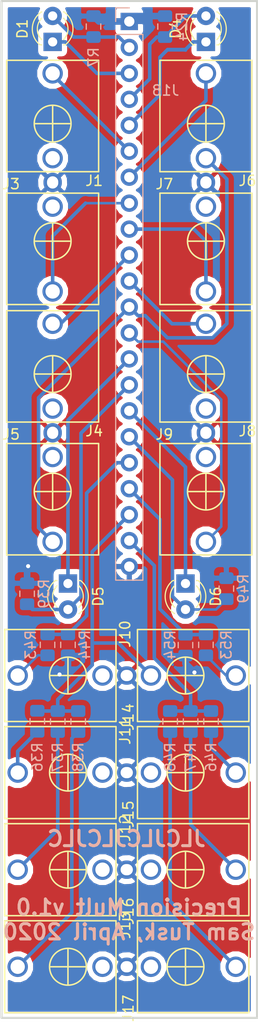
<source format=kicad_pcb>
(kicad_pcb (version 20171130) (host pcbnew "(5.0.1)-3")

  (general
    (thickness 1.6)
    (drawings 16)
    (tracks 131)
    (zones 0)
    (modules 35)
    (nets 30)
  )

  (page A4)
  (layers
    (0 F.Cu signal)
    (31 B.Cu signal)
    (32 B.Adhes user hide)
    (33 F.Adhes user hide)
    (34 B.Paste user hide)
    (35 F.Paste user hide)
    (36 B.SilkS user)
    (37 F.SilkS user)
    (38 B.Mask user hide)
    (39 F.Mask user hide)
    (40 Dwgs.User user hide)
    (41 Cmts.User user)
    (42 Eco1.User user)
    (43 Eco2.User user hide)
    (44 Edge.Cuts user)
    (45 Margin user)
    (46 B.CrtYd user)
    (47 F.CrtYd user hide)
    (48 B.Fab user hide)
    (49 F.Fab user hide)
  )

  (setup
    (last_trace_width 0.35)
    (trace_clearance 0.2)
    (zone_clearance 0.508)
    (zone_45_only no)
    (trace_min 0.2)
    (segment_width 0.4)
    (edge_width 0.15)
    (via_size 0.8)
    (via_drill 0.4)
    (via_min_size 0.4)
    (via_min_drill 0.3)
    (uvia_size 0.3)
    (uvia_drill 0.1)
    (uvias_allowed no)
    (uvia_min_size 0.2)
    (uvia_min_drill 0.1)
    (pcb_text_width 0.3)
    (pcb_text_size 1.5 1.5)
    (mod_edge_width 0.15)
    (mod_text_size 1 1)
    (mod_text_width 0.15)
    (pad_size 1.524 1.524)
    (pad_drill 0.762)
    (pad_to_mask_clearance 0.051)
    (solder_mask_min_width 0.25)
    (aux_axis_origin 0 0)
    (visible_elements 7FFFFFFF)
    (pcbplotparams
      (layerselection 0x010f0_ffffffff)
      (usegerberextensions false)
      (usegerberattributes true)
      (usegerberadvancedattributes false)
      (creategerberjobfile false)
      (excludeedgelayer true)
      (linewidth 0.400000)
      (plotframeref false)
      (viasonmask false)
      (mode 1)
      (useauxorigin true)
      (hpglpennumber 1)
      (hpglpenspeed 20)
      (hpglpendiameter 15.000000)
      (psnegative false)
      (psa4output false)
      (plotreference true)
      (plotvalue true)
      (plotinvisibletext false)
      (padsonsilk false)
      (subtractmaskfromsilk false)
      (outputformat 1)
      (mirror false)
      (drillshape 0)
      (scaleselection 1)
      (outputdirectory ""))
  )

  (net 0 "")
  (net 1 GND)
  (net 2 B1L1F)
  (net 3 B1L2F)
  (net 4 B2L2F)
  (net 5 B2L1F)
  (net 6 B3L2F)
  (net 7 B3L1F)
  (net 8 B4L1F)
  (net 9 B4L2F)
  (net 10 B1inF)
  (net 11 B1O1F)
  (net 12 B1O2F)
  (net 13 B1O3F)
  (net 14 B2inF)
  (net 15 B2O1F)
  (net 16 B2O2F)
  (net 17 B2O3F)
  (net 18 "Net-(J10-Pad3)")
  (net 19 "Net-(J14-Pad3)")
  (net 20 B3inF)
  (net 21 B4inF)
  (net 22 B3outF)
  (net 23 B4outF)
  (net 24 /B3out1)
  (net 25 /B3out2)
  (net 26 /B3out3)
  (net 27 /B4out1)
  (net 28 /B4out2)
  (net 29 /B4out3)

  (net_class Default "This is the default net class."
    (clearance 0.2)
    (trace_width 0.35)
    (via_dia 0.8)
    (via_drill 0.4)
    (uvia_dia 0.3)
    (uvia_drill 0.1)
    (add_net /B3out1)
    (add_net /B3out2)
    (add_net /B3out3)
    (add_net /B4out1)
    (add_net /B4out2)
    (add_net /B4out3)
    (add_net B1L1F)
    (add_net B1L2F)
    (add_net B1O1F)
    (add_net B1O2F)
    (add_net B1O3F)
    (add_net B1inF)
    (add_net B2L1F)
    (add_net B2L2F)
    (add_net B2O1F)
    (add_net B2O2F)
    (add_net B2O3F)
    (add_net B2inF)
    (add_net B3L1F)
    (add_net B3L2F)
    (add_net B3inF)
    (add_net B3outF)
    (add_net B4L1F)
    (add_net B4L2F)
    (add_net B4inF)
    (add_net B4outF)
    (add_net "Net-(J10-Pad3)")
    (add_net "Net-(J14-Pad3)")
  )

  (net_class Power ""
    (clearance 0.2)
    (trace_width 0.65)
    (via_dia 0.8)
    (via_drill 0.4)
    (uvia_dia 0.3)
    (uvia_drill 0.1)
    (add_net GND)
  )

  (module LED_THT:LED_D3.0mm (layer F.Cu) (tedit 587A3A7B) (tstamp 5EA8C64F)
    (at 30 24 90)
    (descr "LED, diameter 3.0mm, 2 pins")
    (tags "LED diameter 3.0mm 2 pins")
    (path /5EB6CD1D)
    (fp_text reference D1 (at 1.27 -2.96 90) (layer F.SilkS)
      (effects (font (size 1 1) (thickness 0.15)))
    )
    (fp_text value "Tayda A-1076" (at 1.27 2.96 90) (layer F.Fab)
      (effects (font (size 1 1) (thickness 0.15)))
    )
    (fp_arc (start 1.27 0) (end -0.23 -1.16619) (angle 284.3) (layer F.Fab) (width 0.1))
    (fp_arc (start 1.27 0) (end -0.29 -1.235516) (angle 108.8) (layer F.SilkS) (width 0.12))
    (fp_arc (start 1.27 0) (end -0.29 1.235516) (angle -108.8) (layer F.SilkS) (width 0.12))
    (fp_arc (start 1.27 0) (end 0.229039 -1.08) (angle 87.9) (layer F.SilkS) (width 0.12))
    (fp_arc (start 1.27 0) (end 0.229039 1.08) (angle -87.9) (layer F.SilkS) (width 0.12))
    (fp_circle (center 1.27 0) (end 2.77 0) (layer F.Fab) (width 0.1))
    (fp_line (start -0.23 -1.16619) (end -0.23 1.16619) (layer F.Fab) (width 0.1))
    (fp_line (start -0.29 -1.236) (end -0.29 -1.08) (layer F.SilkS) (width 0.12))
    (fp_line (start -0.29 1.08) (end -0.29 1.236) (layer F.SilkS) (width 0.12))
    (fp_line (start -1.15 -2.25) (end -1.15 2.25) (layer F.CrtYd) (width 0.05))
    (fp_line (start -1.15 2.25) (end 3.7 2.25) (layer F.CrtYd) (width 0.05))
    (fp_line (start 3.7 2.25) (end 3.7 -2.25) (layer F.CrtYd) (width 0.05))
    (fp_line (start 3.7 -2.25) (end -1.15 -2.25) (layer F.CrtYd) (width 0.05))
    (pad 1 thru_hole rect (at 0 0 90) (size 1.8 1.8) (drill 0.9) (layers *.Cu *.Mask)
      (net 2 B1L1F))
    (pad 2 thru_hole circle (at 2.54 0 90) (size 1.8 1.8) (drill 0.9) (layers *.Cu *.Mask)
      (net 3 B1L2F))
    (model ${KISYS3DMOD}/LED_THT.3dshapes/LED_D3.0mm.wrl
      (at (xyz 0 0 0))
      (scale (xyz 1 1 1))
      (rotate (xyz 0 0 0))
    )
  )

  (module LED_THT:LED_D3.0mm (layer F.Cu) (tedit 587A3A7B) (tstamp 5EA8C6A0)
    (at 45 24 90)
    (descr "LED, diameter 3.0mm, 2 pins")
    (tags "LED diameter 3.0mm 2 pins")
    (path /5EB91CD7)
    (fp_text reference D4 (at 1.27 -2.96 90) (layer F.SilkS)
      (effects (font (size 1 1) (thickness 0.15)))
    )
    (fp_text value "Tayda A-1076" (at 1.27 2.96 90) (layer F.Fab)
      (effects (font (size 1 1) (thickness 0.15)))
    )
    (fp_line (start 3.7 -2.25) (end -1.15 -2.25) (layer F.CrtYd) (width 0.05))
    (fp_line (start 3.7 2.25) (end 3.7 -2.25) (layer F.CrtYd) (width 0.05))
    (fp_line (start -1.15 2.25) (end 3.7 2.25) (layer F.CrtYd) (width 0.05))
    (fp_line (start -1.15 -2.25) (end -1.15 2.25) (layer F.CrtYd) (width 0.05))
    (fp_line (start -0.29 1.08) (end -0.29 1.236) (layer F.SilkS) (width 0.12))
    (fp_line (start -0.29 -1.236) (end -0.29 -1.08) (layer F.SilkS) (width 0.12))
    (fp_line (start -0.23 -1.16619) (end -0.23 1.16619) (layer F.Fab) (width 0.1))
    (fp_circle (center 1.27 0) (end 2.77 0) (layer F.Fab) (width 0.1))
    (fp_arc (start 1.27 0) (end 0.229039 1.08) (angle -87.9) (layer F.SilkS) (width 0.12))
    (fp_arc (start 1.27 0) (end 0.229039 -1.08) (angle 87.9) (layer F.SilkS) (width 0.12))
    (fp_arc (start 1.27 0) (end -0.29 1.235516) (angle -108.8) (layer F.SilkS) (width 0.12))
    (fp_arc (start 1.27 0) (end -0.29 -1.235516) (angle 108.8) (layer F.SilkS) (width 0.12))
    (fp_arc (start 1.27 0) (end -0.23 -1.16619) (angle 284.3) (layer F.Fab) (width 0.1))
    (pad 2 thru_hole circle (at 2.54 0 90) (size 1.8 1.8) (drill 0.9) (layers *.Cu *.Mask)
      (net 4 B2L2F))
    (pad 1 thru_hole rect (at 0 0 90) (size 1.8 1.8) (drill 0.9) (layers *.Cu *.Mask)
      (net 5 B2L1F))
    (model ${KISYS3DMOD}/LED_THT.3dshapes/LED_D3.0mm.wrl
      (at (xyz 0 0 0))
      (scale (xyz 1 1 1))
      (rotate (xyz 0 0 0))
    )
  )

  (module LED_THT:LED_D3.0mm (layer F.Cu) (tedit 587A3A7B) (tstamp 5EA8C6B3)
    (at 31.5 77 270)
    (descr "LED, diameter 3.0mm, 2 pins")
    (tags "LED diameter 3.0mm 2 pins")
    (path /5EEE916D)
    (fp_text reference D5 (at 1.27 -2.96 270) (layer F.SilkS)
      (effects (font (size 1 1) (thickness 0.15)))
    )
    (fp_text value "Tayda A-1076" (at 1.27 2.96 270) (layer F.Fab)
      (effects (font (size 1 1) (thickness 0.15)))
    )
    (fp_line (start 3.7 -2.25) (end -1.15 -2.25) (layer F.CrtYd) (width 0.05))
    (fp_line (start 3.7 2.25) (end 3.7 -2.25) (layer F.CrtYd) (width 0.05))
    (fp_line (start -1.15 2.25) (end 3.7 2.25) (layer F.CrtYd) (width 0.05))
    (fp_line (start -1.15 -2.25) (end -1.15 2.25) (layer F.CrtYd) (width 0.05))
    (fp_line (start -0.29 1.08) (end -0.29 1.236) (layer F.SilkS) (width 0.12))
    (fp_line (start -0.29 -1.236) (end -0.29 -1.08) (layer F.SilkS) (width 0.12))
    (fp_line (start -0.23 -1.16619) (end -0.23 1.16619) (layer F.Fab) (width 0.1))
    (fp_circle (center 1.27 0) (end 2.77 0) (layer F.Fab) (width 0.1))
    (fp_arc (start 1.27 0) (end 0.229039 1.08) (angle -87.9) (layer F.SilkS) (width 0.12))
    (fp_arc (start 1.27 0) (end 0.229039 -1.08) (angle 87.9) (layer F.SilkS) (width 0.12))
    (fp_arc (start 1.27 0) (end -0.29 1.235516) (angle -108.8) (layer F.SilkS) (width 0.12))
    (fp_arc (start 1.27 0) (end -0.29 -1.235516) (angle 108.8) (layer F.SilkS) (width 0.12))
    (fp_arc (start 1.27 0) (end -0.23 -1.16619) (angle 284.3) (layer F.Fab) (width 0.1))
    (pad 2 thru_hole circle (at 2.54 0 270) (size 1.8 1.8) (drill 0.9) (layers *.Cu *.Mask)
      (net 6 B3L2F))
    (pad 1 thru_hole rect (at 0 0 270) (size 1.8 1.8) (drill 0.9) (layers *.Cu *.Mask)
      (net 7 B3L1F))
    (model ${KISYS3DMOD}/LED_THT.3dshapes/LED_D3.0mm.wrl
      (at (xyz 0 0 0))
      (scale (xyz 1 1 1))
      (rotate (xyz 0 0 0))
    )
  )

  (module LED_THT:LED_D3.0mm (layer F.Cu) (tedit 587A3A7B) (tstamp 5EA8C6C6)
    (at 43 77 270)
    (descr "LED, diameter 3.0mm, 2 pins")
    (tags "LED diameter 3.0mm 2 pins")
    (path /5EAB8857)
    (fp_text reference D6 (at 1.27 -2.96 270) (layer F.SilkS)
      (effects (font (size 1 1) (thickness 0.15)))
    )
    (fp_text value "Tayda A-1076" (at 1.27 2.96 270) (layer F.Fab)
      (effects (font (size 1 1) (thickness 0.15)))
    )
    (fp_arc (start 1.27 0) (end -0.23 -1.16619) (angle 284.3) (layer F.Fab) (width 0.1))
    (fp_arc (start 1.27 0) (end -0.29 -1.235516) (angle 108.8) (layer F.SilkS) (width 0.12))
    (fp_arc (start 1.27 0) (end -0.29 1.235516) (angle -108.8) (layer F.SilkS) (width 0.12))
    (fp_arc (start 1.27 0) (end 0.229039 -1.08) (angle 87.9) (layer F.SilkS) (width 0.12))
    (fp_arc (start 1.27 0) (end 0.229039 1.08) (angle -87.9) (layer F.SilkS) (width 0.12))
    (fp_circle (center 1.27 0) (end 2.77 0) (layer F.Fab) (width 0.1))
    (fp_line (start -0.23 -1.16619) (end -0.23 1.16619) (layer F.Fab) (width 0.1))
    (fp_line (start -0.29 -1.236) (end -0.29 -1.08) (layer F.SilkS) (width 0.12))
    (fp_line (start -0.29 1.08) (end -0.29 1.236) (layer F.SilkS) (width 0.12))
    (fp_line (start -1.15 -2.25) (end -1.15 2.25) (layer F.CrtYd) (width 0.05))
    (fp_line (start -1.15 2.25) (end 3.7 2.25) (layer F.CrtYd) (width 0.05))
    (fp_line (start 3.7 2.25) (end 3.7 -2.25) (layer F.CrtYd) (width 0.05))
    (fp_line (start 3.7 -2.25) (end -1.15 -2.25) (layer F.CrtYd) (width 0.05))
    (pad 1 thru_hole rect (at 0 0 270) (size 1.8 1.8) (drill 0.9) (layers *.Cu *.Mask)
      (net 8 B4L1F))
    (pad 2 thru_hole circle (at 2.54 0 270) (size 1.8 1.8) (drill 0.9) (layers *.Cu *.Mask)
      (net 9 B4L2F))
    (model ${KISYS3DMOD}/LED_THT.3dshapes/LED_D3.0mm.wrl
      (at (xyz 0 0 0))
      (scale (xyz 1 1 1))
      (rotate (xyz 0 0 0))
    )
  )

  (module Eurocad:PJ301M-12_Compact (layer F.Cu) (tedit 5E0FA7C2) (tstamp 5EA8C6FA)
    (at 30 32)
    (path /5E9BD588)
    (fp_text reference J1 (at 4.064 5.588) (layer F.SilkS)
      (effects (font (size 1 1) (thickness 0.15)))
    )
    (fp_text value PJ301M-12 (at 0 -7.112) (layer F.Fab)
      (effects (font (size 1 1) (thickness 0.15)))
    )
    (fp_line (start -1.8 0) (end 1.8 0) (layer F.SilkS) (width 0.15))
    (fp_line (start 0 -1.8) (end 0 1.8) (layer F.SilkS) (width 0.15))
    (fp_circle (center 0 0) (end 1.8 0) (layer F.SilkS) (width 0.15))
    (fp_line (start 4.5 -6.2) (end 4.5 4.7) (layer F.SilkS) (width 0.15))
    (fp_line (start -4.5 -6.2) (end -4.5 4.7) (layer F.SilkS) (width 0.15))
    (fp_line (start -4.5 4.7) (end 4.5 4.7) (layer F.SilkS) (width 0.15))
    (fp_line (start -4.5 -6.2) (end 4.5 -6.2) (layer F.SilkS) (width 0.15))
    (pad 2 thru_hole circle (at 0 3.38) (size 2 2) (drill 1.4) (layers *.Cu *.Mask))
    (pad 1 thru_hole circle (at 0 5.8) (size 1.8 1.8) (drill 1.1) (layers *.Cu *.Mask)
      (net 1 GND))
    (pad 3 thru_hole circle (at 0 -4.92) (size 2 2) (drill 1.4) (layers *.Cu *.Mask)
      (net 10 B1inF))
  )

  (module Eurocad:PJ301M-12_Compact (layer F.Cu) (tedit 5E0FA7C2) (tstamp 5EA8C738)
    (at 30 43.5 180)
    (path /5EBF77B7)
    (fp_text reference J3 (at 4.064 5.588 180) (layer F.SilkS)
      (effects (font (size 1 1) (thickness 0.15)))
    )
    (fp_text value PJ301M-12 (at 0 -7.112 180) (layer F.Fab)
      (effects (font (size 1 1) (thickness 0.15)))
    )
    (fp_line (start -4.5 -6.2) (end 4.5 -6.2) (layer F.SilkS) (width 0.15))
    (fp_line (start -4.5 4.7) (end 4.5 4.7) (layer F.SilkS) (width 0.15))
    (fp_line (start -4.5 -6.2) (end -4.5 4.7) (layer F.SilkS) (width 0.15))
    (fp_line (start 4.5 -6.2) (end 4.5 4.7) (layer F.SilkS) (width 0.15))
    (fp_circle (center 0 0) (end 1.8 0) (layer F.SilkS) (width 0.15))
    (fp_line (start 0 -1.8) (end 0 1.8) (layer F.SilkS) (width 0.15))
    (fp_line (start -1.8 0) (end 1.8 0) (layer F.SilkS) (width 0.15))
    (pad 3 thru_hole circle (at 0 -4.92 180) (size 2 2) (drill 1.4) (layers *.Cu *.Mask)
      (net 11 B1O1F))
    (pad 1 thru_hole circle (at 0 5.8 180) (size 1.8 1.8) (drill 1.1) (layers *.Cu *.Mask)
      (net 1 GND))
    (pad 2 thru_hole circle (at 0 3.38 180) (size 2 2) (drill 1.4) (layers *.Cu *.Mask))
  )

  (module Eurocad:PJ301M-12_Compact (layer F.Cu) (tedit 5E0FA7C2) (tstamp 5EA8C746)
    (at 30 56.5)
    (path /5EC6C71E)
    (fp_text reference J4 (at 4.064 5.588) (layer F.SilkS)
      (effects (font (size 1 1) (thickness 0.15)))
    )
    (fp_text value PJ301M-12 (at 0 -7.112) (layer F.Fab)
      (effects (font (size 1 1) (thickness 0.15)))
    )
    (fp_line (start -1.8 0) (end 1.8 0) (layer F.SilkS) (width 0.15))
    (fp_line (start 0 -1.8) (end 0 1.8) (layer F.SilkS) (width 0.15))
    (fp_circle (center 0 0) (end 1.8 0) (layer F.SilkS) (width 0.15))
    (fp_line (start 4.5 -6.2) (end 4.5 4.7) (layer F.SilkS) (width 0.15))
    (fp_line (start -4.5 -6.2) (end -4.5 4.7) (layer F.SilkS) (width 0.15))
    (fp_line (start -4.5 4.7) (end 4.5 4.7) (layer F.SilkS) (width 0.15))
    (fp_line (start -4.5 -6.2) (end 4.5 -6.2) (layer F.SilkS) (width 0.15))
    (pad 2 thru_hole circle (at 0 3.38) (size 2 2) (drill 1.4) (layers *.Cu *.Mask))
    (pad 1 thru_hole circle (at 0 5.8) (size 1.8 1.8) (drill 1.1) (layers *.Cu *.Mask)
      (net 1 GND))
    (pad 3 thru_hole circle (at 0 -4.92) (size 2 2) (drill 1.4) (layers *.Cu *.Mask)
      (net 12 B1O2F))
  )

  (module Eurocad:PJ301M-12_Compact (layer F.Cu) (tedit 5E0FA7C2) (tstamp 5EA8E85C)
    (at 30 68 180)
    (path /5EC83307)
    (fp_text reference J5 (at 4.064 5.588 180) (layer F.SilkS)
      (effects (font (size 1 1) (thickness 0.15)))
    )
    (fp_text value PJ301M-12 (at 0 -7.112 180) (layer F.Fab)
      (effects (font (size 1 1) (thickness 0.15)))
    )
    (fp_line (start -4.5 -6.2) (end 4.5 -6.2) (layer F.SilkS) (width 0.15))
    (fp_line (start -4.5 4.7) (end 4.5 4.7) (layer F.SilkS) (width 0.15))
    (fp_line (start -4.5 -6.2) (end -4.5 4.7) (layer F.SilkS) (width 0.15))
    (fp_line (start 4.5 -6.2) (end 4.5 4.7) (layer F.SilkS) (width 0.15))
    (fp_circle (center 0 0) (end 1.8 0) (layer F.SilkS) (width 0.15))
    (fp_line (start 0 -1.8) (end 0 1.8) (layer F.SilkS) (width 0.15))
    (fp_line (start -1.8 0) (end 1.8 0) (layer F.SilkS) (width 0.15))
    (pad 3 thru_hole circle (at 0 -4.92 180) (size 2 2) (drill 1.4) (layers *.Cu *.Mask)
      (net 13 B1O3F))
    (pad 1 thru_hole circle (at 0 5.8 180) (size 1.8 1.8) (drill 1.1) (layers *.Cu *.Mask)
      (net 1 GND))
    (pad 2 thru_hole circle (at 0 3.38 180) (size 2 2) (drill 1.4) (layers *.Cu *.Mask))
  )

  (module Eurocad:PJ301M-12_Compact (layer F.Cu) (tedit 5E0FA7C2) (tstamp 5EA8C762)
    (at 45 32)
    (path /5ECAC7AA)
    (fp_text reference J6 (at 4.064 5.588) (layer F.SilkS)
      (effects (font (size 1 1) (thickness 0.15)))
    )
    (fp_text value PJ301M-12 (at 0 -7.112) (layer F.Fab)
      (effects (font (size 1 1) (thickness 0.15)))
    )
    (fp_line (start -1.8 0) (end 1.8 0) (layer F.SilkS) (width 0.15))
    (fp_line (start 0 -1.8) (end 0 1.8) (layer F.SilkS) (width 0.15))
    (fp_circle (center 0 0) (end 1.8 0) (layer F.SilkS) (width 0.15))
    (fp_line (start 4.5 -6.2) (end 4.5 4.7) (layer F.SilkS) (width 0.15))
    (fp_line (start -4.5 -6.2) (end -4.5 4.7) (layer F.SilkS) (width 0.15))
    (fp_line (start -4.5 4.7) (end 4.5 4.7) (layer F.SilkS) (width 0.15))
    (fp_line (start -4.5 -6.2) (end 4.5 -6.2) (layer F.SilkS) (width 0.15))
    (pad 2 thru_hole circle (at 0 3.38) (size 2 2) (drill 1.4) (layers *.Cu *.Mask)
      (net 13 B1O3F))
    (pad 1 thru_hole circle (at 0 5.8) (size 1.8 1.8) (drill 1.1) (layers *.Cu *.Mask)
      (net 1 GND))
    (pad 3 thru_hole circle (at 0 -4.92) (size 2 2) (drill 1.4) (layers *.Cu *.Mask)
      (net 14 B2inF))
  )

  (module Eurocad:PJ301M-12_Compact (layer F.Cu) (tedit 5E0FA7C2) (tstamp 5EA8C770)
    (at 45 43.5 180)
    (path /5ECAC847)
    (fp_text reference J7 (at 4.064 5.588 180) (layer F.SilkS)
      (effects (font (size 1 1) (thickness 0.15)))
    )
    (fp_text value PJ301M-12 (at 0 -7.112 180) (layer F.Fab)
      (effects (font (size 1 1) (thickness 0.15)))
    )
    (fp_line (start -1.8 0) (end 1.8 0) (layer F.SilkS) (width 0.15))
    (fp_line (start 0 -1.8) (end 0 1.8) (layer F.SilkS) (width 0.15))
    (fp_circle (center 0 0) (end 1.8 0) (layer F.SilkS) (width 0.15))
    (fp_line (start 4.5 -6.2) (end 4.5 4.7) (layer F.SilkS) (width 0.15))
    (fp_line (start -4.5 -6.2) (end -4.5 4.7) (layer F.SilkS) (width 0.15))
    (fp_line (start -4.5 4.7) (end 4.5 4.7) (layer F.SilkS) (width 0.15))
    (fp_line (start -4.5 -6.2) (end 4.5 -6.2) (layer F.SilkS) (width 0.15))
    (pad 2 thru_hole circle (at 0 3.38 180) (size 2 2) (drill 1.4) (layers *.Cu *.Mask))
    (pad 1 thru_hole circle (at 0 5.8 180) (size 1.8 1.8) (drill 1.1) (layers *.Cu *.Mask)
      (net 1 GND))
    (pad 3 thru_hole circle (at 0 -4.92 180) (size 2 2) (drill 1.4) (layers *.Cu *.Mask)
      (net 15 B2O1F))
  )

  (module Eurocad:PJ301M-12_Compact (layer F.Cu) (tedit 5E0FA7C2) (tstamp 5EA8C77E)
    (at 45 56.5)
    (path /5ECAC8A7)
    (fp_text reference J8 (at 4.064 5.588) (layer F.SilkS)
      (effects (font (size 1 1) (thickness 0.15)))
    )
    (fp_text value PJ301M-12 (at 0 -7.112) (layer F.Fab)
      (effects (font (size 1 1) (thickness 0.15)))
    )
    (fp_line (start -4.5 -6.2) (end 4.5 -6.2) (layer F.SilkS) (width 0.15))
    (fp_line (start -4.5 4.7) (end 4.5 4.7) (layer F.SilkS) (width 0.15))
    (fp_line (start -4.5 -6.2) (end -4.5 4.7) (layer F.SilkS) (width 0.15))
    (fp_line (start 4.5 -6.2) (end 4.5 4.7) (layer F.SilkS) (width 0.15))
    (fp_circle (center 0 0) (end 1.8 0) (layer F.SilkS) (width 0.15))
    (fp_line (start 0 -1.8) (end 0 1.8) (layer F.SilkS) (width 0.15))
    (fp_line (start -1.8 0) (end 1.8 0) (layer F.SilkS) (width 0.15))
    (pad 3 thru_hole circle (at 0 -4.92) (size 2 2) (drill 1.4) (layers *.Cu *.Mask)
      (net 16 B2O2F))
    (pad 1 thru_hole circle (at 0 5.8) (size 1.8 1.8) (drill 1.1) (layers *.Cu *.Mask)
      (net 1 GND))
    (pad 2 thru_hole circle (at 0 3.38) (size 2 2) (drill 1.4) (layers *.Cu *.Mask))
  )

  (module Eurocad:PJ301M-12_Compact (layer F.Cu) (tedit 5E0FA7C2) (tstamp 5EA8C78C)
    (at 45 68 180)
    (path /5ECAC907)
    (fp_text reference J9 (at 4.064 5.588 180) (layer F.SilkS)
      (effects (font (size 1 1) (thickness 0.15)))
    )
    (fp_text value PJ301M-12 (at 0 -7.112 180) (layer F.Fab)
      (effects (font (size 1 1) (thickness 0.15)))
    )
    (fp_line (start -1.8 0) (end 1.8 0) (layer F.SilkS) (width 0.15))
    (fp_line (start 0 -1.8) (end 0 1.8) (layer F.SilkS) (width 0.15))
    (fp_circle (center 0 0) (end 1.8 0) (layer F.SilkS) (width 0.15))
    (fp_line (start 4.5 -6.2) (end 4.5 4.7) (layer F.SilkS) (width 0.15))
    (fp_line (start -4.5 -6.2) (end -4.5 4.7) (layer F.SilkS) (width 0.15))
    (fp_line (start -4.5 4.7) (end 4.5 4.7) (layer F.SilkS) (width 0.15))
    (fp_line (start -4.5 -6.2) (end 4.5 -6.2) (layer F.SilkS) (width 0.15))
    (pad 2 thru_hole circle (at 0 3.38 180) (size 2 2) (drill 1.4) (layers *.Cu *.Mask))
    (pad 1 thru_hole circle (at 0 5.8 180) (size 1.8 1.8) (drill 1.1) (layers *.Cu *.Mask)
      (net 1 GND))
    (pad 3 thru_hole circle (at 0 -4.92 180) (size 2 2) (drill 1.4) (layers *.Cu *.Mask)
      (net 17 B2O3F))
  )

  (module Eurocad:PJ301M-12_Compact (layer F.Cu) (tedit 5E0FA7C2) (tstamp 5EA8C79A)
    (at 31.5 86 90)
    (path /5EB90718)
    (fp_text reference J10 (at 4.064 5.588 90) (layer F.SilkS)
      (effects (font (size 1 1) (thickness 0.15)))
    )
    (fp_text value PJ301M-12 (at 0 -7.112 90) (layer F.Fab)
      (effects (font (size 1 1) (thickness 0.15)))
    )
    (fp_line (start -4.5 -6.2) (end 4.5 -6.2) (layer F.SilkS) (width 0.15))
    (fp_line (start -4.5 4.7) (end 4.5 4.7) (layer F.SilkS) (width 0.15))
    (fp_line (start -4.5 -6.2) (end -4.5 4.7) (layer F.SilkS) (width 0.15))
    (fp_line (start 4.5 -6.2) (end 4.5 4.7) (layer F.SilkS) (width 0.15))
    (fp_circle (center 0 0) (end 1.8 0) (layer F.SilkS) (width 0.15))
    (fp_line (start 0 -1.8) (end 0 1.8) (layer F.SilkS) (width 0.15))
    (fp_line (start -1.8 0) (end 1.8 0) (layer F.SilkS) (width 0.15))
    (pad 3 thru_hole circle (at 0 -4.92 90) (size 2 2) (drill 1.4) (layers *.Cu *.Mask)
      (net 18 "Net-(J10-Pad3)"))
    (pad 1 thru_hole circle (at 0 5.8 90) (size 1.8 1.8) (drill 1.1) (layers *.Cu *.Mask)
      (net 1 GND))
    (pad 2 thru_hole circle (at 0 3.38 90) (size 2 2) (drill 1.4) (layers *.Cu *.Mask))
  )

  (module Eurocad:PJ301M-12_Compact (layer F.Cu) (tedit 5E0FA7C2) (tstamp 5EA8C7A8)
    (at 31.5 95.5 90)
    (path /5ED71C08)
    (fp_text reference J11 (at 4.064 5.588 90) (layer F.SilkS)
      (effects (font (size 1 1) (thickness 0.15)))
    )
    (fp_text value PJ301M-12 (at 0 -7.112 90) (layer F.Fab)
      (effects (font (size 1 1) (thickness 0.15)))
    )
    (fp_line (start -4.5 -6.2) (end 4.5 -6.2) (layer F.SilkS) (width 0.15))
    (fp_line (start -4.5 4.7) (end 4.5 4.7) (layer F.SilkS) (width 0.15))
    (fp_line (start -4.5 -6.2) (end -4.5 4.7) (layer F.SilkS) (width 0.15))
    (fp_line (start 4.5 -6.2) (end 4.5 4.7) (layer F.SilkS) (width 0.15))
    (fp_circle (center 0 0) (end 1.8 0) (layer F.SilkS) (width 0.15))
    (fp_line (start 0 -1.8) (end 0 1.8) (layer F.SilkS) (width 0.15))
    (fp_line (start -1.8 0) (end 1.8 0) (layer F.SilkS) (width 0.15))
    (pad 3 thru_hole circle (at 0 -4.92 90) (size 2 2) (drill 1.4) (layers *.Cu *.Mask)
      (net 24 /B3out1))
    (pad 1 thru_hole circle (at 0 5.8 90) (size 1.8 1.8) (drill 1.1) (layers *.Cu *.Mask)
      (net 1 GND))
    (pad 2 thru_hole circle (at 0 3.38 90) (size 2 2) (drill 1.4) (layers *.Cu *.Mask))
  )

  (module Eurocad:PJ301M-12_Compact (layer F.Cu) (tedit 5E0FA7C2) (tstamp 5EA8C7B6)
    (at 31.5 105 90)
    (path /5EE1690D)
    (fp_text reference J12 (at 4.064 5.588 90) (layer F.SilkS)
      (effects (font (size 1 1) (thickness 0.15)))
    )
    (fp_text value PJ301M-12 (at 0 -7.112 90) (layer F.Fab)
      (effects (font (size 1 1) (thickness 0.15)))
    )
    (fp_line (start -4.5 -6.2) (end 4.5 -6.2) (layer F.SilkS) (width 0.15))
    (fp_line (start -4.5 4.7) (end 4.5 4.7) (layer F.SilkS) (width 0.15))
    (fp_line (start -4.5 -6.2) (end -4.5 4.7) (layer F.SilkS) (width 0.15))
    (fp_line (start 4.5 -6.2) (end 4.5 4.7) (layer F.SilkS) (width 0.15))
    (fp_circle (center 0 0) (end 1.8 0) (layer F.SilkS) (width 0.15))
    (fp_line (start 0 -1.8) (end 0 1.8) (layer F.SilkS) (width 0.15))
    (fp_line (start -1.8 0) (end 1.8 0) (layer F.SilkS) (width 0.15))
    (pad 3 thru_hole circle (at 0 -4.92 90) (size 2 2) (drill 1.4) (layers *.Cu *.Mask)
      (net 25 /B3out2))
    (pad 1 thru_hole circle (at 0 5.8 90) (size 1.8 1.8) (drill 1.1) (layers *.Cu *.Mask)
      (net 1 GND))
    (pad 2 thru_hole circle (at 0 3.38 90) (size 2 2) (drill 1.4) (layers *.Cu *.Mask))
  )

  (module Eurocad:PJ301M-12_Compact (layer F.Cu) (tedit 5E0FA7C2) (tstamp 5EA8C7C4)
    (at 31.5 114.5 90)
    (path /5EE32DC8)
    (fp_text reference J13 (at 4.064 5.588 90) (layer F.SilkS)
      (effects (font (size 1 1) (thickness 0.15)))
    )
    (fp_text value PJ301M-12 (at 0 -7.112 90) (layer F.Fab)
      (effects (font (size 1 1) (thickness 0.15)))
    )
    (fp_line (start -4.5 -6.2) (end 4.5 -6.2) (layer F.SilkS) (width 0.15))
    (fp_line (start -4.5 4.7) (end 4.5 4.7) (layer F.SilkS) (width 0.15))
    (fp_line (start -4.5 -6.2) (end -4.5 4.7) (layer F.SilkS) (width 0.15))
    (fp_line (start 4.5 -6.2) (end 4.5 4.7) (layer F.SilkS) (width 0.15))
    (fp_circle (center 0 0) (end 1.8 0) (layer F.SilkS) (width 0.15))
    (fp_line (start 0 -1.8) (end 0 1.8) (layer F.SilkS) (width 0.15))
    (fp_line (start -1.8 0) (end 1.8 0) (layer F.SilkS) (width 0.15))
    (pad 3 thru_hole circle (at 0 -4.92 90) (size 2 2) (drill 1.4) (layers *.Cu *.Mask)
      (net 26 /B3out3))
    (pad 1 thru_hole circle (at 0 5.8 90) (size 1.8 1.8) (drill 1.1) (layers *.Cu *.Mask)
      (net 1 GND))
    (pad 2 thru_hole circle (at 0 3.38 90) (size 2 2) (drill 1.4) (layers *.Cu *.Mask))
  )

  (module Eurocad:PJ301M-12_Compact (layer F.Cu) (tedit 5E0FA7C2) (tstamp 5EA8C7D2)
    (at 43 86 270)
    (path /5EAB8797)
    (fp_text reference J14 (at 4.064 5.588 270) (layer F.SilkS)
      (effects (font (size 1 1) (thickness 0.15)))
    )
    (fp_text value PJ301M-12 (at 0 -7.112 270) (layer F.Fab)
      (effects (font (size 1 1) (thickness 0.15)))
    )
    (fp_line (start -1.8 0) (end 1.8 0) (layer F.SilkS) (width 0.15))
    (fp_line (start 0 -1.8) (end 0 1.8) (layer F.SilkS) (width 0.15))
    (fp_circle (center 0 0) (end 1.8 0) (layer F.SilkS) (width 0.15))
    (fp_line (start 4.5 -6.2) (end 4.5 4.7) (layer F.SilkS) (width 0.15))
    (fp_line (start -4.5 -6.2) (end -4.5 4.7) (layer F.SilkS) (width 0.15))
    (fp_line (start -4.5 4.7) (end 4.5 4.7) (layer F.SilkS) (width 0.15))
    (fp_line (start -4.5 -6.2) (end 4.5 -6.2) (layer F.SilkS) (width 0.15))
    (pad 2 thru_hole circle (at 0 3.38 270) (size 2 2) (drill 1.4) (layers *.Cu *.Mask)
      (net 22 B3outF))
    (pad 1 thru_hole circle (at 0 5.8 270) (size 1.8 1.8) (drill 1.1) (layers *.Cu *.Mask)
      (net 1 GND))
    (pad 3 thru_hole circle (at 0 -4.92 270) (size 2 2) (drill 1.4) (layers *.Cu *.Mask)
      (net 19 "Net-(J14-Pad3)"))
  )

  (module Eurocad:PJ301M-12_Compact (layer F.Cu) (tedit 5E0FA7C2) (tstamp 5EA8C7E0)
    (at 43 95.5 270)
    (path /5EAB87F8)
    (fp_text reference J15 (at 4.064 5.588 270) (layer F.SilkS)
      (effects (font (size 1 1) (thickness 0.15)))
    )
    (fp_text value PJ301M-12 (at 0 -7.112 270) (layer F.Fab)
      (effects (font (size 1 1) (thickness 0.15)))
    )
    (fp_line (start -1.8 0) (end 1.8 0) (layer F.SilkS) (width 0.15))
    (fp_line (start 0 -1.8) (end 0 1.8) (layer F.SilkS) (width 0.15))
    (fp_circle (center 0 0) (end 1.8 0) (layer F.SilkS) (width 0.15))
    (fp_line (start 4.5 -6.2) (end 4.5 4.7) (layer F.SilkS) (width 0.15))
    (fp_line (start -4.5 -6.2) (end -4.5 4.7) (layer F.SilkS) (width 0.15))
    (fp_line (start -4.5 4.7) (end 4.5 4.7) (layer F.SilkS) (width 0.15))
    (fp_line (start -4.5 -6.2) (end 4.5 -6.2) (layer F.SilkS) (width 0.15))
    (pad 2 thru_hole circle (at 0 3.38 270) (size 2 2) (drill 1.4) (layers *.Cu *.Mask))
    (pad 1 thru_hole circle (at 0 5.8 270) (size 1.8 1.8) (drill 1.1) (layers *.Cu *.Mask)
      (net 1 GND))
    (pad 3 thru_hole circle (at 0 -4.92 270) (size 2 2) (drill 1.4) (layers *.Cu *.Mask)
      (net 27 /B4out1))
  )

  (module Eurocad:PJ301M-12_Compact (layer F.Cu) (tedit 5E0FA7C2) (tstamp 5EA8C7EE)
    (at 43 105 270)
    (path /5EAB8812)
    (fp_text reference J16 (at 4.064 5.588 270) (layer F.SilkS)
      (effects (font (size 1 1) (thickness 0.15)))
    )
    (fp_text value PJ301M-12 (at 0 -7.112 270) (layer F.Fab)
      (effects (font (size 1 1) (thickness 0.15)))
    )
    (fp_line (start -4.5 -6.2) (end 4.5 -6.2) (layer F.SilkS) (width 0.15))
    (fp_line (start -4.5 4.7) (end 4.5 4.7) (layer F.SilkS) (width 0.15))
    (fp_line (start -4.5 -6.2) (end -4.5 4.7) (layer F.SilkS) (width 0.15))
    (fp_line (start 4.5 -6.2) (end 4.5 4.7) (layer F.SilkS) (width 0.15))
    (fp_circle (center 0 0) (end 1.8 0) (layer F.SilkS) (width 0.15))
    (fp_line (start 0 -1.8) (end 0 1.8) (layer F.SilkS) (width 0.15))
    (fp_line (start -1.8 0) (end 1.8 0) (layer F.SilkS) (width 0.15))
    (pad 3 thru_hole circle (at 0 -4.92 270) (size 2 2) (drill 1.4) (layers *.Cu *.Mask)
      (net 28 /B4out2))
    (pad 1 thru_hole circle (at 0 5.8 270) (size 1.8 1.8) (drill 1.1) (layers *.Cu *.Mask)
      (net 1 GND))
    (pad 2 thru_hole circle (at 0 3.38 270) (size 2 2) (drill 1.4) (layers *.Cu *.Mask))
  )

  (module Eurocad:PJ301M-12_Compact (layer F.Cu) (tedit 5E0FA7C2) (tstamp 5EA8C7FC)
    (at 43 114.5 270)
    (path /5EAB882A)
    (fp_text reference J17 (at 4.064 5.588 270) (layer F.SilkS)
      (effects (font (size 1 1) (thickness 0.15)))
    )
    (fp_text value PJ301M-12 (at 0 -7.112 270) (layer F.Fab)
      (effects (font (size 1 1) (thickness 0.15)))
    )
    (fp_line (start -1.8 0) (end 1.8 0) (layer F.SilkS) (width 0.15))
    (fp_line (start 0 -1.8) (end 0 1.8) (layer F.SilkS) (width 0.15))
    (fp_circle (center 0 0) (end 1.8 0) (layer F.SilkS) (width 0.15))
    (fp_line (start 4.5 -6.2) (end 4.5 4.7) (layer F.SilkS) (width 0.15))
    (fp_line (start -4.5 -6.2) (end -4.5 4.7) (layer F.SilkS) (width 0.15))
    (fp_line (start -4.5 4.7) (end 4.5 4.7) (layer F.SilkS) (width 0.15))
    (fp_line (start -4.5 -6.2) (end 4.5 -6.2) (layer F.SilkS) (width 0.15))
    (pad 2 thru_hole circle (at 0 3.38 270) (size 2 2) (drill 1.4) (layers *.Cu *.Mask))
    (pad 1 thru_hole circle (at 0 5.8 270) (size 1.8 1.8) (drill 1.1) (layers *.Cu *.Mask)
      (net 1 GND))
    (pad 3 thru_hole circle (at 0 -4.92 270) (size 2 2) (drill 1.4) (layers *.Cu *.Mask)
      (net 29 /B4out3))
  )

  (module Connector_PinSocket_2.54mm:PinSocket_1x22_P2.54mm_Vertical (layer B.Cu) (tedit 5A19A431) (tstamp 5EA8C826)
    (at 37.5 22 180)
    (descr "Through hole straight socket strip, 1x22, 2.54mm pitch, single row (from Kicad 4.0.7), script generated")
    (tags "Through hole socket strip THT 1x22 2.54mm single row")
    (path /5EDB7670)
    (fp_text reference J18 (at -3.55 -6.75 180) (layer B.SilkS)
      (effects (font (size 1 1) (thickness 0.15)) (justify mirror))
    )
    (fp_text value Conn_01x22_Female (at 0 -56.11 180) (layer B.Fab)
      (effects (font (size 1 1) (thickness 0.15)) (justify mirror))
    )
    (fp_line (start -1.27 1.27) (end 0.635 1.27) (layer B.Fab) (width 0.1))
    (fp_line (start 0.635 1.27) (end 1.27 0.635) (layer B.Fab) (width 0.1))
    (fp_line (start 1.27 0.635) (end 1.27 -54.61) (layer B.Fab) (width 0.1))
    (fp_line (start 1.27 -54.61) (end -1.27 -54.61) (layer B.Fab) (width 0.1))
    (fp_line (start -1.27 -54.61) (end -1.27 1.27) (layer B.Fab) (width 0.1))
    (fp_line (start -1.33 -1.27) (end 1.33 -1.27) (layer B.SilkS) (width 0.12))
    (fp_line (start -1.33 -1.27) (end -1.33 -54.67) (layer B.SilkS) (width 0.12))
    (fp_line (start -1.33 -54.67) (end 1.33 -54.67) (layer B.SilkS) (width 0.12))
    (fp_line (start 1.33 -1.27) (end 1.33 -54.67) (layer B.SilkS) (width 0.12))
    (fp_line (start 1.33 1.33) (end 1.33 0) (layer B.SilkS) (width 0.12))
    (fp_line (start 0 1.33) (end 1.33 1.33) (layer B.SilkS) (width 0.12))
    (fp_line (start -1.8 1.8) (end 1.75 1.8) (layer B.CrtYd) (width 0.05))
    (fp_line (start 1.75 1.8) (end 1.75 -55.1) (layer B.CrtYd) (width 0.05))
    (fp_line (start 1.75 -55.1) (end -1.8 -55.1) (layer B.CrtYd) (width 0.05))
    (fp_line (start -1.8 -55.1) (end -1.8 1.8) (layer B.CrtYd) (width 0.05))
    (fp_text user %R (at 0 -26.67 90) (layer B.Fab)
      (effects (font (size 1 1) (thickness 0.15)) (justify mirror))
    )
    (pad 1 thru_hole rect (at 0 0 180) (size 1.7 1.7) (drill 1) (layers *.Cu *.Mask)
      (net 1 GND))
    (pad 2 thru_hole oval (at 0 -2.54 180) (size 1.7 1.7) (drill 1) (layers *.Cu *.Mask)
      (net 3 B1L2F))
    (pad 3 thru_hole oval (at 0 -5.08 180) (size 1.7 1.7) (drill 1) (layers *.Cu *.Mask)
      (net 2 B1L1F))
    (pad 4 thru_hole oval (at 0 -7.62 180) (size 1.7 1.7) (drill 1) (layers *.Cu *.Mask)
      (net 4 B2L2F))
    (pad 5 thru_hole oval (at 0 -10.16 180) (size 1.7 1.7) (drill 1) (layers *.Cu *.Mask)
      (net 5 B2L1F))
    (pad 6 thru_hole oval (at 0 -12.7 180) (size 1.7 1.7) (drill 1) (layers *.Cu *.Mask)
      (net 10 B1inF))
    (pad 7 thru_hole oval (at 0 -15.24 180) (size 1.7 1.7) (drill 1) (layers *.Cu *.Mask)
      (net 14 B2inF))
    (pad 8 thru_hole oval (at 0 -17.78 180) (size 1.7 1.7) (drill 1) (layers *.Cu *.Mask)
      (net 11 B1O1F))
    (pad 9 thru_hole oval (at 0 -20.32 180) (size 1.7 1.7) (drill 1) (layers *.Cu *.Mask)
      (net 15 B2O1F))
    (pad 10 thru_hole oval (at 0 -22.86 180) (size 1.7 1.7) (drill 1) (layers *.Cu *.Mask)
      (net 12 B1O2F))
    (pad 11 thru_hole oval (at 0 -25.4 180) (size 1.7 1.7) (drill 1) (layers *.Cu *.Mask)
      (net 16 B2O2F))
    (pad 12 thru_hole oval (at 0 -27.94 180) (size 1.7 1.7) (drill 1) (layers *.Cu *.Mask)
      (net 13 B1O3F))
    (pad 13 thru_hole oval (at 0 -30.48 180) (size 1.7 1.7) (drill 1) (layers *.Cu *.Mask)
      (net 17 B2O3F))
    (pad 14 thru_hole oval (at 0 -33.02 180) (size 1.7 1.7) (drill 1) (layers *.Cu *.Mask)
      (net 7 B3L1F))
    (pad 15 thru_hole oval (at 0 -35.56 180) (size 1.7 1.7) (drill 1) (layers *.Cu *.Mask)
      (net 6 B3L2F))
    (pad 16 thru_hole oval (at 0 -38.1 180) (size 1.7 1.7) (drill 1) (layers *.Cu *.Mask)
      (net 8 B4L1F))
    (pad 17 thru_hole oval (at 0 -40.64 180) (size 1.7 1.7) (drill 1) (layers *.Cu *.Mask)
      (net 9 B4L2F))
    (pad 18 thru_hole oval (at 0 -43.18 180) (size 1.7 1.7) (drill 1) (layers *.Cu *.Mask)
      (net 20 B3inF))
    (pad 19 thru_hole oval (at 0 -45.72 180) (size 1.7 1.7) (drill 1) (layers *.Cu *.Mask)
      (net 21 B4inF))
    (pad 20 thru_hole oval (at 0 -48.26 180) (size 1.7 1.7) (drill 1) (layers *.Cu *.Mask)
      (net 22 B3outF))
    (pad 21 thru_hole oval (at 0 -50.8 180) (size 1.7 1.7) (drill 1) (layers *.Cu *.Mask)
      (net 23 B4outF))
    (pad 22 thru_hole oval (at 0 -53.34 180) (size 1.7 1.7) (drill 1) (layers *.Cu *.Mask)
      (net 1 GND))
    (model ${KISYS3DMOD}/Connector_PinSocket_2.54mm.3dshapes/PinSocket_1x22_P2.54mm_Vertical.wrl
      (at (xyz 0 0 0))
      (scale (xyz 1 1 1))
      (rotate (xyz 0 0 0))
    )
  )

  (module Resistor_SMD:R_0805_2012Metric_Pad1.15x1.40mm_HandSolder (layer B.Cu) (tedit 5B36C52B) (tstamp 5EA8C8C7)
    (at 34 22.5 90)
    (descr "Resistor SMD 0805 (2012 Metric), square (rectangular) end terminal, IPC_7351 nominal with elongated pad for handsoldering. (Body size source: https://docs.google.com/spreadsheets/d/1BsfQQcO9C6DZCsRaXUlFlo91Tg2WpOkGARC1WS5S8t0/edit?usp=sharing), generated with kicad-footprint-generator")
    (tags "resistor handsolder")
    (path /5EB6CD24)
    (attr smd)
    (fp_text reference R7 (at -3 0 90) (layer B.SilkS)
      (effects (font (size 1 1) (thickness 0.15)) (justify mirror))
    )
    (fp_text value 660R (at 0 -1.65 90) (layer B.Fab)
      (effects (font (size 1 1) (thickness 0.15)) (justify mirror))
    )
    (fp_line (start -1 -0.6) (end -1 0.6) (layer B.Fab) (width 0.1))
    (fp_line (start -1 0.6) (end 1 0.6) (layer B.Fab) (width 0.1))
    (fp_line (start 1 0.6) (end 1 -0.6) (layer B.Fab) (width 0.1))
    (fp_line (start 1 -0.6) (end -1 -0.6) (layer B.Fab) (width 0.1))
    (fp_line (start -0.261252 0.71) (end 0.261252 0.71) (layer B.SilkS) (width 0.12))
    (fp_line (start -0.261252 -0.71) (end 0.261252 -0.71) (layer B.SilkS) (width 0.12))
    (fp_line (start -1.85 -0.95) (end -1.85 0.95) (layer B.CrtYd) (width 0.05))
    (fp_line (start -1.85 0.95) (end 1.85 0.95) (layer B.CrtYd) (width 0.05))
    (fp_line (start 1.85 0.95) (end 1.85 -0.95) (layer B.CrtYd) (width 0.05))
    (fp_line (start 1.85 -0.95) (end -1.85 -0.95) (layer B.CrtYd) (width 0.05))
    (fp_text user %R (at 0 0 90) (layer B.Fab)
      (effects (font (size 0.5 0.5) (thickness 0.08)) (justify mirror))
    )
    (pad 1 smd roundrect (at -1.025 0 90) (size 1.15 1.4) (layers B.Cu B.Paste B.Mask) (roundrect_rratio 0.217391)
      (net 3 B1L2F))
    (pad 2 smd roundrect (at 1.025 0 90) (size 1.15 1.4) (layers B.Cu B.Paste B.Mask) (roundrect_rratio 0.217391)
      (net 1 GND))
    (model ${KISYS3DMOD}/Resistor_SMD.3dshapes/R_0805_2012Metric.wrl
      (at (xyz 0 0 0))
      (scale (xyz 1 1 1))
      (rotate (xyz 0 0 0))
    )
  )

  (module Resistor_SMD:R_0805_2012Metric_Pad1.15x1.40mm_HandSolder (layer B.Cu) (tedit 5B36C52B) (tstamp 5EA8C9E8)
    (at 41 22.5 90)
    (descr "Resistor SMD 0805 (2012 Metric), square (rectangular) end terminal, IPC_7351 nominal with elongated pad for handsoldering. (Body size source: https://docs.google.com/spreadsheets/d/1BsfQQcO9C6DZCsRaXUlFlo91Tg2WpOkGARC1WS5S8t0/edit?usp=sharing), generated with kicad-footprint-generator")
    (tags "resistor handsolder")
    (path /5EB91CDE)
    (attr smd)
    (fp_text reference R24 (at 0 1.65 90) (layer B.SilkS)
      (effects (font (size 1 1) (thickness 0.15)) (justify mirror))
    )
    (fp_text value 660R (at 0 -1.65 90) (layer B.Fab)
      (effects (font (size 1 1) (thickness 0.15)) (justify mirror))
    )
    (fp_text user %R (at 0 0 90) (layer B.Fab)
      (effects (font (size 0.5 0.5) (thickness 0.08)) (justify mirror))
    )
    (fp_line (start 1.85 -0.95) (end -1.85 -0.95) (layer B.CrtYd) (width 0.05))
    (fp_line (start 1.85 0.95) (end 1.85 -0.95) (layer B.CrtYd) (width 0.05))
    (fp_line (start -1.85 0.95) (end 1.85 0.95) (layer B.CrtYd) (width 0.05))
    (fp_line (start -1.85 -0.95) (end -1.85 0.95) (layer B.CrtYd) (width 0.05))
    (fp_line (start -0.261252 -0.71) (end 0.261252 -0.71) (layer B.SilkS) (width 0.12))
    (fp_line (start -0.261252 0.71) (end 0.261252 0.71) (layer B.SilkS) (width 0.12))
    (fp_line (start 1 -0.6) (end -1 -0.6) (layer B.Fab) (width 0.1))
    (fp_line (start 1 0.6) (end 1 -0.6) (layer B.Fab) (width 0.1))
    (fp_line (start -1 0.6) (end 1 0.6) (layer B.Fab) (width 0.1))
    (fp_line (start -1 -0.6) (end -1 0.6) (layer B.Fab) (width 0.1))
    (pad 2 smd roundrect (at 1.025 0 90) (size 1.15 1.4) (layers B.Cu B.Paste B.Mask) (roundrect_rratio 0.217391)
      (net 1 GND))
    (pad 1 smd roundrect (at -1.025 0 90) (size 1.15 1.4) (layers B.Cu B.Paste B.Mask) (roundrect_rratio 0.217391)
      (net 4 B2L2F))
    (model ${KISYS3DMOD}/Resistor_SMD.3dshapes/R_0805_2012Metric.wrl
      (at (xyz 0 0 0))
      (scale (xyz 1 1 1))
      (rotate (xyz 0 0 0))
    )
  )

  (module Resistor_SMD:R_0805_2012Metric_Pad1.15x1.40mm_HandSolder (layer B.Cu) (tedit 5B36C52B) (tstamp 5EA8CAB4)
    (at 28.5 90.475 90)
    (descr "Resistor SMD 0805 (2012 Metric), square (rectangular) end terminal, IPC_7351 nominal with elongated pad for handsoldering. (Body size source: https://docs.google.com/spreadsheets/d/1BsfQQcO9C6DZCsRaXUlFlo91Tg2WpOkGARC1WS5S8t0/edit?usp=sharing), generated with kicad-footprint-generator")
    (tags "resistor handsolder")
    (path /5ED8D348)
    (attr smd)
    (fp_text reference R36 (at -3.525 0 90) (layer B.SilkS)
      (effects (font (size 1 1) (thickness 0.15)) (justify mirror))
    )
    (fp_text value 1k (at 0 -1.65 90) (layer B.Fab)
      (effects (font (size 1 1) (thickness 0.15)) (justify mirror))
    )
    (fp_text user %R (at 0 0 90) (layer B.Fab)
      (effects (font (size 0.5 0.5) (thickness 0.08)) (justify mirror))
    )
    (fp_line (start 1.85 -0.95) (end -1.85 -0.95) (layer B.CrtYd) (width 0.05))
    (fp_line (start 1.85 0.95) (end 1.85 -0.95) (layer B.CrtYd) (width 0.05))
    (fp_line (start -1.85 0.95) (end 1.85 0.95) (layer B.CrtYd) (width 0.05))
    (fp_line (start -1.85 -0.95) (end -1.85 0.95) (layer B.CrtYd) (width 0.05))
    (fp_line (start -0.261252 -0.71) (end 0.261252 -0.71) (layer B.SilkS) (width 0.12))
    (fp_line (start -0.261252 0.71) (end 0.261252 0.71) (layer B.SilkS) (width 0.12))
    (fp_line (start 1 -0.6) (end -1 -0.6) (layer B.Fab) (width 0.1))
    (fp_line (start 1 0.6) (end 1 -0.6) (layer B.Fab) (width 0.1))
    (fp_line (start -1 0.6) (end 1 0.6) (layer B.Fab) (width 0.1))
    (fp_line (start -1 -0.6) (end -1 0.6) (layer B.Fab) (width 0.1))
    (pad 2 smd roundrect (at 1.025 0 90) (size 1.15 1.4) (layers B.Cu B.Paste B.Mask) (roundrect_rratio 0.217391)
      (net 22 B3outF))
    (pad 1 smd roundrect (at -1.025 0 90) (size 1.15 1.4) (layers B.Cu B.Paste B.Mask) (roundrect_rratio 0.217391)
      (net 24 /B3out1))
    (model ${KISYS3DMOD}/Resistor_SMD.3dshapes/R_0805_2012Metric.wrl
      (at (xyz 0 0 0))
      (scale (xyz 1 1 1))
      (rotate (xyz 0 0 0))
    )
  )

  (module Resistor_SMD:R_0805_2012Metric_Pad1.15x1.40mm_HandSolder (layer B.Cu) (tedit 5B36C52B) (tstamp 5EA8CAC5)
    (at 30.5 90.5 90)
    (descr "Resistor SMD 0805 (2012 Metric), square (rectangular) end terminal, IPC_7351 nominal with elongated pad for handsoldering. (Body size source: https://docs.google.com/spreadsheets/d/1BsfQQcO9C6DZCsRaXUlFlo91Tg2WpOkGARC1WS5S8t0/edit?usp=sharing), generated with kicad-footprint-generator")
    (tags "resistor handsolder")
    (path /5EE16914)
    (attr smd)
    (fp_text reference R37 (at -3.5 0 90) (layer B.SilkS)
      (effects (font (size 1 1) (thickness 0.15)) (justify mirror))
    )
    (fp_text value 1k (at 0 -1.65 90) (layer B.Fab)
      (effects (font (size 1 1) (thickness 0.15)) (justify mirror))
    )
    (fp_line (start -1 -0.6) (end -1 0.6) (layer B.Fab) (width 0.1))
    (fp_line (start -1 0.6) (end 1 0.6) (layer B.Fab) (width 0.1))
    (fp_line (start 1 0.6) (end 1 -0.6) (layer B.Fab) (width 0.1))
    (fp_line (start 1 -0.6) (end -1 -0.6) (layer B.Fab) (width 0.1))
    (fp_line (start -0.261252 0.71) (end 0.261252 0.71) (layer B.SilkS) (width 0.12))
    (fp_line (start -0.261252 -0.71) (end 0.261252 -0.71) (layer B.SilkS) (width 0.12))
    (fp_line (start -1.85 -0.95) (end -1.85 0.95) (layer B.CrtYd) (width 0.05))
    (fp_line (start -1.85 0.95) (end 1.85 0.95) (layer B.CrtYd) (width 0.05))
    (fp_line (start 1.85 0.95) (end 1.85 -0.95) (layer B.CrtYd) (width 0.05))
    (fp_line (start 1.85 -0.95) (end -1.85 -0.95) (layer B.CrtYd) (width 0.05))
    (fp_text user %R (at 0 0 90) (layer B.Fab)
      (effects (font (size 0.5 0.5) (thickness 0.08)) (justify mirror))
    )
    (pad 1 smd roundrect (at -1.025 0 90) (size 1.15 1.4) (layers B.Cu B.Paste B.Mask) (roundrect_rratio 0.217391)
      (net 25 /B3out2))
    (pad 2 smd roundrect (at 1.025 0 90) (size 1.15 1.4) (layers B.Cu B.Paste B.Mask) (roundrect_rratio 0.217391)
      (net 22 B3outF))
    (model ${KISYS3DMOD}/Resistor_SMD.3dshapes/R_0805_2012Metric.wrl
      (at (xyz 0 0 0))
      (scale (xyz 1 1 1))
      (rotate (xyz 0 0 0))
    )
  )

  (module Resistor_SMD:R_0805_2012Metric_Pad1.15x1.40mm_HandSolder (layer B.Cu) (tedit 5B36C52B) (tstamp 5EA8CAD6)
    (at 32.5 90.5 90)
    (descr "Resistor SMD 0805 (2012 Metric), square (rectangular) end terminal, IPC_7351 nominal with elongated pad for handsoldering. (Body size source: https://docs.google.com/spreadsheets/d/1BsfQQcO9C6DZCsRaXUlFlo91Tg2WpOkGARC1WS5S8t0/edit?usp=sharing), generated with kicad-footprint-generator")
    (tags "resistor handsolder")
    (path /5EE32DCF)
    (attr smd)
    (fp_text reference R38 (at -3.5 0 90) (layer B.SilkS)
      (effects (font (size 1 1) (thickness 0.15)) (justify mirror))
    )
    (fp_text value 1k (at 0 -1.65 90) (layer B.Fab)
      (effects (font (size 1 1) (thickness 0.15)) (justify mirror))
    )
    (fp_text user %R (at 0 0 90) (layer B.Fab)
      (effects (font (size 0.5 0.5) (thickness 0.08)) (justify mirror))
    )
    (fp_line (start 1.85 -0.95) (end -1.85 -0.95) (layer B.CrtYd) (width 0.05))
    (fp_line (start 1.85 0.95) (end 1.85 -0.95) (layer B.CrtYd) (width 0.05))
    (fp_line (start -1.85 0.95) (end 1.85 0.95) (layer B.CrtYd) (width 0.05))
    (fp_line (start -1.85 -0.95) (end -1.85 0.95) (layer B.CrtYd) (width 0.05))
    (fp_line (start -0.261252 -0.71) (end 0.261252 -0.71) (layer B.SilkS) (width 0.12))
    (fp_line (start -0.261252 0.71) (end 0.261252 0.71) (layer B.SilkS) (width 0.12))
    (fp_line (start 1 -0.6) (end -1 -0.6) (layer B.Fab) (width 0.1))
    (fp_line (start 1 0.6) (end 1 -0.6) (layer B.Fab) (width 0.1))
    (fp_line (start -1 0.6) (end 1 0.6) (layer B.Fab) (width 0.1))
    (fp_line (start -1 -0.6) (end -1 0.6) (layer B.Fab) (width 0.1))
    (pad 2 smd roundrect (at 1.025 0 90) (size 1.15 1.4) (layers B.Cu B.Paste B.Mask) (roundrect_rratio 0.217391)
      (net 22 B3outF))
    (pad 1 smd roundrect (at -1.025 0 90) (size 1.15 1.4) (layers B.Cu B.Paste B.Mask) (roundrect_rratio 0.217391)
      (net 26 /B3out3))
    (model ${KISYS3DMOD}/Resistor_SMD.3dshapes/R_0805_2012Metric.wrl
      (at (xyz 0 0 0))
      (scale (xyz 1 1 1))
      (rotate (xyz 0 0 0))
    )
  )

  (module Resistor_SMD:R_0805_2012Metric_Pad1.15x1.40mm_HandSolder (layer B.Cu) (tedit 5B36C52B) (tstamp 5EA8CAE7)
    (at 27.5 78 90)
    (descr "Resistor SMD 0805 (2012 Metric), square (rectangular) end terminal, IPC_7351 nominal with elongated pad for handsoldering. (Body size source: https://docs.google.com/spreadsheets/d/1BsfQQcO9C6DZCsRaXUlFlo91Tg2WpOkGARC1WS5S8t0/edit?usp=sharing), generated with kicad-footprint-generator")
    (tags "resistor handsolder")
    (path /5EEE9174)
    (attr smd)
    (fp_text reference R39 (at 0 1.65 90) (layer B.SilkS)
      (effects (font (size 1 1) (thickness 0.15)) (justify mirror))
    )
    (fp_text value 660R (at 0 -1.65 90) (layer B.Fab)
      (effects (font (size 1 1) (thickness 0.15)) (justify mirror))
    )
    (fp_line (start -1 -0.6) (end -1 0.6) (layer B.Fab) (width 0.1))
    (fp_line (start -1 0.6) (end 1 0.6) (layer B.Fab) (width 0.1))
    (fp_line (start 1 0.6) (end 1 -0.6) (layer B.Fab) (width 0.1))
    (fp_line (start 1 -0.6) (end -1 -0.6) (layer B.Fab) (width 0.1))
    (fp_line (start -0.261252 0.71) (end 0.261252 0.71) (layer B.SilkS) (width 0.12))
    (fp_line (start -0.261252 -0.71) (end 0.261252 -0.71) (layer B.SilkS) (width 0.12))
    (fp_line (start -1.85 -0.95) (end -1.85 0.95) (layer B.CrtYd) (width 0.05))
    (fp_line (start -1.85 0.95) (end 1.85 0.95) (layer B.CrtYd) (width 0.05))
    (fp_line (start 1.85 0.95) (end 1.85 -0.95) (layer B.CrtYd) (width 0.05))
    (fp_line (start 1.85 -0.95) (end -1.85 -0.95) (layer B.CrtYd) (width 0.05))
    (fp_text user %R (at 0 0 90) (layer B.Fab)
      (effects (font (size 0.5 0.5) (thickness 0.08)) (justify mirror))
    )
    (pad 1 smd roundrect (at -1.025 0 90) (size 1.15 1.4) (layers B.Cu B.Paste B.Mask) (roundrect_rratio 0.217391)
      (net 6 B3L2F))
    (pad 2 smd roundrect (at 1.025 0 90) (size 1.15 1.4) (layers B.Cu B.Paste B.Mask) (roundrect_rratio 0.217391)
      (net 1 GND))
    (model ${KISYS3DMOD}/Resistor_SMD.3dshapes/R_0805_2012Metric.wrl
      (at (xyz 0 0 0))
      (scale (xyz 1 1 1))
      (rotate (xyz 0 0 0))
    )
  )

  (module Resistor_SMD:R_0805_2012Metric_Pad1.15x1.40mm_HandSolder (layer B.Cu) (tedit 5B36C52B) (tstamp 5EA8CB2B)
    (at 29.5 83 270)
    (descr "Resistor SMD 0805 (2012 Metric), square (rectangular) end terminal, IPC_7351 nominal with elongated pad for handsoldering. (Body size source: https://docs.google.com/spreadsheets/d/1BsfQQcO9C6DZCsRaXUlFlo91Tg2WpOkGARC1WS5S8t0/edit?usp=sharing), generated with kicad-footprint-generator")
    (tags "resistor handsolder")
    (path /5EBC4BDE)
    (attr smd)
    (fp_text reference R43 (at 0 1.65 270) (layer B.SilkS)
      (effects (font (size 1 1) (thickness 0.15)) (justify mirror))
    )
    (fp_text value 100K (at 0 -1.65 270) (layer B.Fab)
      (effects (font (size 1 1) (thickness 0.15)) (justify mirror))
    )
    (fp_text user %R (at 0 0 270) (layer B.Fab)
      (effects (font (size 0.5 0.5) (thickness 0.08)) (justify mirror))
    )
    (fp_line (start 1.85 -0.95) (end -1.85 -0.95) (layer B.CrtYd) (width 0.05))
    (fp_line (start 1.85 0.95) (end 1.85 -0.95) (layer B.CrtYd) (width 0.05))
    (fp_line (start -1.85 0.95) (end 1.85 0.95) (layer B.CrtYd) (width 0.05))
    (fp_line (start -1.85 -0.95) (end -1.85 0.95) (layer B.CrtYd) (width 0.05))
    (fp_line (start -0.261252 -0.71) (end 0.261252 -0.71) (layer B.SilkS) (width 0.12))
    (fp_line (start -0.261252 0.71) (end 0.261252 0.71) (layer B.SilkS) (width 0.12))
    (fp_line (start 1 -0.6) (end -1 -0.6) (layer B.Fab) (width 0.1))
    (fp_line (start 1 0.6) (end 1 -0.6) (layer B.Fab) (width 0.1))
    (fp_line (start -1 0.6) (end 1 0.6) (layer B.Fab) (width 0.1))
    (fp_line (start -1 -0.6) (end -1 0.6) (layer B.Fab) (width 0.1))
    (pad 2 smd roundrect (at 1.025 0 270) (size 1.15 1.4) (layers B.Cu B.Paste B.Mask) (roundrect_rratio 0.217391)
      (net 18 "Net-(J10-Pad3)"))
    (pad 1 smd roundrect (at -1.025 0 270) (size 1.15 1.4) (layers B.Cu B.Paste B.Mask) (roundrect_rratio 0.217391)
      (net 20 B3inF))
    (model ${KISYS3DMOD}/Resistor_SMD.3dshapes/R_0805_2012Metric.wrl
      (at (xyz 0 0 0))
      (scale (xyz 1 1 1))
      (rotate (xyz 0 0 0))
    )
  )

  (module Resistor_SMD:R_0805_2012Metric_Pad1.15x1.40mm_HandSolder (layer B.Cu) (tedit 5B36C52B) (tstamp 5EA8CB3C)
    (at 31.5 83 90)
    (descr "Resistor SMD 0805 (2012 Metric), square (rectangular) end terminal, IPC_7351 nominal with elongated pad for handsoldering. (Body size source: https://docs.google.com/spreadsheets/d/1BsfQQcO9C6DZCsRaXUlFlo91Tg2WpOkGARC1WS5S8t0/edit?usp=sharing), generated with kicad-footprint-generator")
    (tags "resistor handsolder")
    (path /5EBDED7B)
    (attr smd)
    (fp_text reference R44 (at 0 1.65 90) (layer B.SilkS)
      (effects (font (size 1 1) (thickness 0.15)) (justify mirror))
    )
    (fp_text value 100K (at 0 -1.65 90) (layer B.Fab)
      (effects (font (size 1 1) (thickness 0.15)) (justify mirror))
    )
    (fp_text user %R (at 0 0 90) (layer B.Fab)
      (effects (font (size 0.5 0.5) (thickness 0.08)) (justify mirror))
    )
    (fp_line (start 1.85 -0.95) (end -1.85 -0.95) (layer B.CrtYd) (width 0.05))
    (fp_line (start 1.85 0.95) (end 1.85 -0.95) (layer B.CrtYd) (width 0.05))
    (fp_line (start -1.85 0.95) (end 1.85 0.95) (layer B.CrtYd) (width 0.05))
    (fp_line (start -1.85 -0.95) (end -1.85 0.95) (layer B.CrtYd) (width 0.05))
    (fp_line (start -0.261252 -0.71) (end 0.261252 -0.71) (layer B.SilkS) (width 0.12))
    (fp_line (start -0.261252 0.71) (end 0.261252 0.71) (layer B.SilkS) (width 0.12))
    (fp_line (start 1 -0.6) (end -1 -0.6) (layer B.Fab) (width 0.1))
    (fp_line (start 1 0.6) (end 1 -0.6) (layer B.Fab) (width 0.1))
    (fp_line (start -1 0.6) (end 1 0.6) (layer B.Fab) (width 0.1))
    (fp_line (start -1 -0.6) (end -1 0.6) (layer B.Fab) (width 0.1))
    (pad 2 smd roundrect (at 1.025 0 90) (size 1.15 1.4) (layers B.Cu B.Paste B.Mask) (roundrect_rratio 0.217391)
      (net 20 B3inF))
    (pad 1 smd roundrect (at -1.025 0 90) (size 1.15 1.4) (layers B.Cu B.Paste B.Mask) (roundrect_rratio 0.217391)
      (net 1 GND))
    (model ${KISYS3DMOD}/Resistor_SMD.3dshapes/R_0805_2012Metric.wrl
      (at (xyz 0 0 0))
      (scale (xyz 1 1 1))
      (rotate (xyz 0 0 0))
    )
  )

  (module Resistor_SMD:R_0805_2012Metric_Pad1.15x1.40mm_HandSolder (layer B.Cu) (tedit 5B36C52B) (tstamp 5EA8CB5E)
    (at 45.5 90.5 90)
    (descr "Resistor SMD 0805 (2012 Metric), square (rectangular) end terminal, IPC_7351 nominal with elongated pad for handsoldering. (Body size source: https://docs.google.com/spreadsheets/d/1BsfQQcO9C6DZCsRaXUlFlo91Tg2WpOkGARC1WS5S8t0/edit?usp=sharing), generated with kicad-footprint-generator")
    (tags "resistor handsolder")
    (path /5EAB8800)
    (attr smd)
    (fp_text reference R46 (at -3.5 0 90) (layer B.SilkS)
      (effects (font (size 1 1) (thickness 0.15)) (justify mirror))
    )
    (fp_text value 1k (at 0 -1.65 90) (layer B.Fab)
      (effects (font (size 1 1) (thickness 0.15)) (justify mirror))
    )
    (fp_line (start -1 -0.6) (end -1 0.6) (layer B.Fab) (width 0.1))
    (fp_line (start -1 0.6) (end 1 0.6) (layer B.Fab) (width 0.1))
    (fp_line (start 1 0.6) (end 1 -0.6) (layer B.Fab) (width 0.1))
    (fp_line (start 1 -0.6) (end -1 -0.6) (layer B.Fab) (width 0.1))
    (fp_line (start -0.261252 0.71) (end 0.261252 0.71) (layer B.SilkS) (width 0.12))
    (fp_line (start -0.261252 -0.71) (end 0.261252 -0.71) (layer B.SilkS) (width 0.12))
    (fp_line (start -1.85 -0.95) (end -1.85 0.95) (layer B.CrtYd) (width 0.05))
    (fp_line (start -1.85 0.95) (end 1.85 0.95) (layer B.CrtYd) (width 0.05))
    (fp_line (start 1.85 0.95) (end 1.85 -0.95) (layer B.CrtYd) (width 0.05))
    (fp_line (start 1.85 -0.95) (end -1.85 -0.95) (layer B.CrtYd) (width 0.05))
    (fp_text user %R (at 0 0 90) (layer B.Fab)
      (effects (font (size 0.5 0.5) (thickness 0.08)) (justify mirror))
    )
    (pad 1 smd roundrect (at -1.025 0 90) (size 1.15 1.4) (layers B.Cu B.Paste B.Mask) (roundrect_rratio 0.217391)
      (net 27 /B4out1))
    (pad 2 smd roundrect (at 1.025 0 90) (size 1.15 1.4) (layers B.Cu B.Paste B.Mask) (roundrect_rratio 0.217391)
      (net 23 B4outF))
    (model ${KISYS3DMOD}/Resistor_SMD.3dshapes/R_0805_2012Metric.wrl
      (at (xyz 0 0 0))
      (scale (xyz 1 1 1))
      (rotate (xyz 0 0 0))
    )
  )

  (module Resistor_SMD:R_0805_2012Metric_Pad1.15x1.40mm_HandSolder (layer B.Cu) (tedit 5B36C52B) (tstamp 5EA8CB6F)
    (at 43.5 90.5 90)
    (descr "Resistor SMD 0805 (2012 Metric), square (rectangular) end terminal, IPC_7351 nominal with elongated pad for handsoldering. (Body size source: https://docs.google.com/spreadsheets/d/1BsfQQcO9C6DZCsRaXUlFlo91Tg2WpOkGARC1WS5S8t0/edit?usp=sharing), generated with kicad-footprint-generator")
    (tags "resistor handsolder")
    (path /5EAB8819)
    (attr smd)
    (fp_text reference R47 (at -3.5 0 90) (layer B.SilkS)
      (effects (font (size 1 1) (thickness 0.15)) (justify mirror))
    )
    (fp_text value 1k (at 0 -1.65 90) (layer B.Fab)
      (effects (font (size 1 1) (thickness 0.15)) (justify mirror))
    )
    (fp_text user %R (at 0 0 90) (layer B.Fab)
      (effects (font (size 0.5 0.5) (thickness 0.08)) (justify mirror))
    )
    (fp_line (start 1.85 -0.95) (end -1.85 -0.95) (layer B.CrtYd) (width 0.05))
    (fp_line (start 1.85 0.95) (end 1.85 -0.95) (layer B.CrtYd) (width 0.05))
    (fp_line (start -1.85 0.95) (end 1.85 0.95) (layer B.CrtYd) (width 0.05))
    (fp_line (start -1.85 -0.95) (end -1.85 0.95) (layer B.CrtYd) (width 0.05))
    (fp_line (start -0.261252 -0.71) (end 0.261252 -0.71) (layer B.SilkS) (width 0.12))
    (fp_line (start -0.261252 0.71) (end 0.261252 0.71) (layer B.SilkS) (width 0.12))
    (fp_line (start 1 -0.6) (end -1 -0.6) (layer B.Fab) (width 0.1))
    (fp_line (start 1 0.6) (end 1 -0.6) (layer B.Fab) (width 0.1))
    (fp_line (start -1 0.6) (end 1 0.6) (layer B.Fab) (width 0.1))
    (fp_line (start -1 -0.6) (end -1 0.6) (layer B.Fab) (width 0.1))
    (pad 2 smd roundrect (at 1.025 0 90) (size 1.15 1.4) (layers B.Cu B.Paste B.Mask) (roundrect_rratio 0.217391)
      (net 23 B4outF))
    (pad 1 smd roundrect (at -1.025 0 90) (size 1.15 1.4) (layers B.Cu B.Paste B.Mask) (roundrect_rratio 0.217391)
      (net 28 /B4out2))
    (model ${KISYS3DMOD}/Resistor_SMD.3dshapes/R_0805_2012Metric.wrl
      (at (xyz 0 0 0))
      (scale (xyz 1 1 1))
      (rotate (xyz 0 0 0))
    )
  )

  (module Resistor_SMD:R_0805_2012Metric_Pad1.15x1.40mm_HandSolder (layer B.Cu) (tedit 5B36C52B) (tstamp 5EA8CB80)
    (at 41.5 90.5 90)
    (descr "Resistor SMD 0805 (2012 Metric), square (rectangular) end terminal, IPC_7351 nominal with elongated pad for handsoldering. (Body size source: https://docs.google.com/spreadsheets/d/1BsfQQcO9C6DZCsRaXUlFlo91Tg2WpOkGARC1WS5S8t0/edit?usp=sharing), generated with kicad-footprint-generator")
    (tags "resistor handsolder")
    (path /5EAB8831)
    (attr smd)
    (fp_text reference R48 (at -3.5 0 90) (layer B.SilkS)
      (effects (font (size 1 1) (thickness 0.15)) (justify mirror))
    )
    (fp_text value 1k (at 0 -1.65 90) (layer B.Fab)
      (effects (font (size 1 1) (thickness 0.15)) (justify mirror))
    )
    (fp_line (start -1 -0.6) (end -1 0.6) (layer B.Fab) (width 0.1))
    (fp_line (start -1 0.6) (end 1 0.6) (layer B.Fab) (width 0.1))
    (fp_line (start 1 0.6) (end 1 -0.6) (layer B.Fab) (width 0.1))
    (fp_line (start 1 -0.6) (end -1 -0.6) (layer B.Fab) (width 0.1))
    (fp_line (start -0.261252 0.71) (end 0.261252 0.71) (layer B.SilkS) (width 0.12))
    (fp_line (start -0.261252 -0.71) (end 0.261252 -0.71) (layer B.SilkS) (width 0.12))
    (fp_line (start -1.85 -0.95) (end -1.85 0.95) (layer B.CrtYd) (width 0.05))
    (fp_line (start -1.85 0.95) (end 1.85 0.95) (layer B.CrtYd) (width 0.05))
    (fp_line (start 1.85 0.95) (end 1.85 -0.95) (layer B.CrtYd) (width 0.05))
    (fp_line (start 1.85 -0.95) (end -1.85 -0.95) (layer B.CrtYd) (width 0.05))
    (fp_text user %R (at 0 0 90) (layer B.Fab)
      (effects (font (size 0.5 0.5) (thickness 0.08)) (justify mirror))
    )
    (pad 1 smd roundrect (at -1.025 0 90) (size 1.15 1.4) (layers B.Cu B.Paste B.Mask) (roundrect_rratio 0.217391)
      (net 29 /B4out3))
    (pad 2 smd roundrect (at 1.025 0 90) (size 1.15 1.4) (layers B.Cu B.Paste B.Mask) (roundrect_rratio 0.217391)
      (net 23 B4outF))
    (model ${KISYS3DMOD}/Resistor_SMD.3dshapes/R_0805_2012Metric.wrl
      (at (xyz 0 0 0))
      (scale (xyz 1 1 1))
      (rotate (xyz 0 0 0))
    )
  )

  (module Resistor_SMD:R_0805_2012Metric_Pad1.15x1.40mm_HandSolder (layer B.Cu) (tedit 5B36C52B) (tstamp 5EA8CB91)
    (at 47 77.5 90)
    (descr "Resistor SMD 0805 (2012 Metric), square (rectangular) end terminal, IPC_7351 nominal with elongated pad for handsoldering. (Body size source: https://docs.google.com/spreadsheets/d/1BsfQQcO9C6DZCsRaXUlFlo91Tg2WpOkGARC1WS5S8t0/edit?usp=sharing), generated with kicad-footprint-generator")
    (tags "resistor handsolder")
    (path /5EAB885E)
    (attr smd)
    (fp_text reference R49 (at 0 1.65 90) (layer B.SilkS)
      (effects (font (size 1 1) (thickness 0.15)) (justify mirror))
    )
    (fp_text value 660R (at 0 -1.65 90) (layer B.Fab)
      (effects (font (size 1 1) (thickness 0.15)) (justify mirror))
    )
    (fp_text user %R (at 0 0 90) (layer B.Fab)
      (effects (font (size 0.5 0.5) (thickness 0.08)) (justify mirror))
    )
    (fp_line (start 1.85 -0.95) (end -1.85 -0.95) (layer B.CrtYd) (width 0.05))
    (fp_line (start 1.85 0.95) (end 1.85 -0.95) (layer B.CrtYd) (width 0.05))
    (fp_line (start -1.85 0.95) (end 1.85 0.95) (layer B.CrtYd) (width 0.05))
    (fp_line (start -1.85 -0.95) (end -1.85 0.95) (layer B.CrtYd) (width 0.05))
    (fp_line (start -0.261252 -0.71) (end 0.261252 -0.71) (layer B.SilkS) (width 0.12))
    (fp_line (start -0.261252 0.71) (end 0.261252 0.71) (layer B.SilkS) (width 0.12))
    (fp_line (start 1 -0.6) (end -1 -0.6) (layer B.Fab) (width 0.1))
    (fp_line (start 1 0.6) (end 1 -0.6) (layer B.Fab) (width 0.1))
    (fp_line (start -1 0.6) (end 1 0.6) (layer B.Fab) (width 0.1))
    (fp_line (start -1 -0.6) (end -1 0.6) (layer B.Fab) (width 0.1))
    (pad 2 smd roundrect (at 1.025 0 90) (size 1.15 1.4) (layers B.Cu B.Paste B.Mask) (roundrect_rratio 0.217391)
      (net 1 GND))
    (pad 1 smd roundrect (at -1.025 0 90) (size 1.15 1.4) (layers B.Cu B.Paste B.Mask) (roundrect_rratio 0.217391)
      (net 9 B4L2F))
    (model ${KISYS3DMOD}/Resistor_SMD.3dshapes/R_0805_2012Metric.wrl
      (at (xyz 0 0 0))
      (scale (xyz 1 1 1))
      (rotate (xyz 0 0 0))
    )
  )

  (module Resistor_SMD:R_0805_2012Metric_Pad1.15x1.40mm_HandSolder (layer B.Cu) (tedit 5B36C52B) (tstamp 5EA8CBD5)
    (at 45 83 270)
    (descr "Resistor SMD 0805 (2012 Metric), square (rectangular) end terminal, IPC_7351 nominal with elongated pad for handsoldering. (Body size source: https://docs.google.com/spreadsheets/d/1BsfQQcO9C6DZCsRaXUlFlo91Tg2WpOkGARC1WS5S8t0/edit?usp=sharing), generated with kicad-footprint-generator")
    (tags "resistor handsolder")
    (path /5EAB87CE)
    (attr smd)
    (fp_text reference R53 (at 0 -2 270) (layer B.SilkS)
      (effects (font (size 1 1) (thickness 0.15)) (justify mirror))
    )
    (fp_text value 100K (at 0 -1.65 270) (layer B.Fab)
      (effects (font (size 1 1) (thickness 0.15)) (justify mirror))
    )
    (fp_text user %R (at 0 0 270) (layer B.Fab)
      (effects (font (size 0.5 0.5) (thickness 0.08)) (justify mirror))
    )
    (fp_line (start 1.85 -0.95) (end -1.85 -0.95) (layer B.CrtYd) (width 0.05))
    (fp_line (start 1.85 0.95) (end 1.85 -0.95) (layer B.CrtYd) (width 0.05))
    (fp_line (start -1.85 0.95) (end 1.85 0.95) (layer B.CrtYd) (width 0.05))
    (fp_line (start -1.85 -0.95) (end -1.85 0.95) (layer B.CrtYd) (width 0.05))
    (fp_line (start -0.261252 -0.71) (end 0.261252 -0.71) (layer B.SilkS) (width 0.12))
    (fp_line (start -0.261252 0.71) (end 0.261252 0.71) (layer B.SilkS) (width 0.12))
    (fp_line (start 1 -0.6) (end -1 -0.6) (layer B.Fab) (width 0.1))
    (fp_line (start 1 0.6) (end 1 -0.6) (layer B.Fab) (width 0.1))
    (fp_line (start -1 0.6) (end 1 0.6) (layer B.Fab) (width 0.1))
    (fp_line (start -1 -0.6) (end -1 0.6) (layer B.Fab) (width 0.1))
    (pad 2 smd roundrect (at 1.025 0 270) (size 1.15 1.4) (layers B.Cu B.Paste B.Mask) (roundrect_rratio 0.217391)
      (net 19 "Net-(J14-Pad3)"))
    (pad 1 smd roundrect (at -1.025 0 270) (size 1.15 1.4) (layers B.Cu B.Paste B.Mask) (roundrect_rratio 0.217391)
      (net 21 B4inF))
    (model ${KISYS3DMOD}/Resistor_SMD.3dshapes/R_0805_2012Metric.wrl
      (at (xyz 0 0 0))
      (scale (xyz 1 1 1))
      (rotate (xyz 0 0 0))
    )
  )

  (module Resistor_SMD:R_0805_2012Metric_Pad1.15x1.40mm_HandSolder (layer B.Cu) (tedit 5B36C52B) (tstamp 5EA8CBE6)
    (at 43 83.025 90)
    (descr "Resistor SMD 0805 (2012 Metric), square (rectangular) end terminal, IPC_7351 nominal with elongated pad for handsoldering. (Body size source: https://docs.google.com/spreadsheets/d/1BsfQQcO9C6DZCsRaXUlFlo91Tg2WpOkGARC1WS5S8t0/edit?usp=sharing), generated with kicad-footprint-generator")
    (tags "resistor handsolder")
    (path /5EAB87D5)
    (attr smd)
    (fp_text reference R54 (at 0.025 -1.5 90) (layer B.SilkS)
      (effects (font (size 1 1) (thickness 0.15)) (justify mirror))
    )
    (fp_text value 100K (at 0 -1.65 90) (layer B.Fab)
      (effects (font (size 1 1) (thickness 0.15)) (justify mirror))
    )
    (fp_line (start -1 -0.6) (end -1 0.6) (layer B.Fab) (width 0.1))
    (fp_line (start -1 0.6) (end 1 0.6) (layer B.Fab) (width 0.1))
    (fp_line (start 1 0.6) (end 1 -0.6) (layer B.Fab) (width 0.1))
    (fp_line (start 1 -0.6) (end -1 -0.6) (layer B.Fab) (width 0.1))
    (fp_line (start -0.261252 0.71) (end 0.261252 0.71) (layer B.SilkS) (width 0.12))
    (fp_line (start -0.261252 -0.71) (end 0.261252 -0.71) (layer B.SilkS) (width 0.12))
    (fp_line (start -1.85 -0.95) (end -1.85 0.95) (layer B.CrtYd) (width 0.05))
    (fp_line (start -1.85 0.95) (end 1.85 0.95) (layer B.CrtYd) (width 0.05))
    (fp_line (start 1.85 0.95) (end 1.85 -0.95) (layer B.CrtYd) (width 0.05))
    (fp_line (start 1.85 -0.95) (end -1.85 -0.95) (layer B.CrtYd) (width 0.05))
    (fp_text user %R (at 0 0 90) (layer B.Fab)
      (effects (font (size 0.5 0.5) (thickness 0.08)) (justify mirror))
    )
    (pad 1 smd roundrect (at -1.025 0 90) (size 1.15 1.4) (layers B.Cu B.Paste B.Mask) (roundrect_rratio 0.217391)
      (net 1 GND))
    (pad 2 smd roundrect (at 1.025 0 90) (size 1.15 1.4) (layers B.Cu B.Paste B.Mask) (roundrect_rratio 0.217391)
      (net 21 B4inF))
    (model ${KISYS3DMOD}/Resistor_SMD.3dshapes/R_0805_2012Metric.wrl
      (at (xyz 0 0 0))
      (scale (xyz 1 1 1))
      (rotate (xyz 0 0 0))
    )
  )

  (gr_text "Precision Mult v1.0\nSam Tusk, April 2020" (at 37.47 109.89) (layer B.SilkS)
    (effects (font (size 1.5 1.5) (thickness 0.3)) (justify mirror))
  )
  (gr_text JLCJLCJLCJLC (at 37.22 101.97) (layer B.SilkS)
    (effects (font (size 1.5 1.5) (thickness 0.3)) (justify mirror))
  )
  (gr_line (start 45 56.5) (end 45 43.5) (layer Eco2.User) (width 0.2))
  (gr_line (start 119.7 127.65) (end 119.7 134.65) (layer Eco2.User) (width 0.15) (tstamp 5E9F6D7D))
  (gr_line (start 119.7 134.65) (end 127.2 134.65) (layer Eco2.User) (width 0.15) (tstamp 5E9F62C4))
  (gr_line (start 127.2 134.65) (end 127.2 131.65) (layer Eco2.User) (width 0.15) (tstamp 5E9F62C3))
  (gr_line (start 119.7 131.65) (end 119.7 134.65) (layer Eco2.User) (width 0.15) (tstamp 5E9F62C2))
  (gr_line (start 127.2 131.65) (end 119.725 131.65) (layer Eco2.User) (width 0.15) (tstamp 5E9F62C1))
  (gr_line (start 127.2 6.15) (end 119.725 6.15) (layer Eco2.User) (width 0.15))
  (gr_line (start 127.2 9.15) (end 127.2 6.15) (layer Eco2.User) (width 0.15))
  (gr_line (start 119.7 9.15) (end 127.2 9.15) (layer Eco2.User) (width 0.15))
  (gr_line (start 119.7 6.15) (end 119.7 13.15) (layer Eco2.User) (width 0.15))
  (gr_line (start 25 119.5) (end 25 20) (layer Edge.Cuts) (width 0.2))
  (gr_line (start 50 119.5) (end 25 119.5) (layer Edge.Cuts) (width 0.2))
  (gr_line (start 50 20) (end 50 119.5) (layer Edge.Cuts) (width 0.2))
  (gr_line (start 25 20) (end 50 20) (layer Edge.Cuts) (width 0.2))

  (segment (start 38.025 21.475) (end 37.5 22) (width 0.65) (layer B.Cu) (net 1))
  (segment (start 41 21.475) (end 38.025 21.475) (width 0.65) (layer B.Cu) (net 1))
  (segment (start 34.525 22) (end 34 21.475) (width 0.65) (layer B.Cu) (net 1))
  (segment (start 37.5 22) (end 34.525 22) (width 0.65) (layer B.Cu) (net 1))
  (via (at 43.875 85.7) (size 0.8) (drill 0.4) (layers F.Cu B.Cu) (net 1))
  (segment (start 43 84.05) (end 43 84.825) (width 0.65) (layer B.Cu) (net 1))
  (segment (start 43 84.825) (end 43.875 85.7) (width 0.65) (layer B.Cu) (net 1))
  (via (at 30.675 85.9) (size 0.8) (drill 0.4) (layers F.Cu B.Cu) (net 1))
  (segment (start 31.5 84.025) (end 31.5 85.075) (width 0.65) (layer B.Cu) (net 1))
  (segment (start 31.5 85.075) (end 30.675 85.9) (width 0.65) (layer B.Cu) (net 1))
  (via (at 27.6 75.3) (size 0.8) (drill 0.4) (layers F.Cu B.Cu) (net 1))
  (segment (start 27.5 76.975) (end 27.5 75.4) (width 0.65) (layer B.Cu) (net 1))
  (segment (start 27.5 75.4) (end 27.6 75.3) (width 0.65) (layer B.Cu) (net 1))
  (segment (start 36.297919 27.08) (end 37.5 27.08) (width 0.35) (layer B.Cu) (net 2))
  (segment (start 34.33 27.08) (end 36.297919 27.08) (width 0.35) (layer B.Cu) (net 2))
  (segment (start 31.25 24) (end 34.33 27.08) (width 0.35) (layer B.Cu) (net 2))
  (segment (start 30 24) (end 31.25 24) (width 0.35) (layer B.Cu) (net 2))
  (segment (start 36.485 23.525) (end 34 23.525) (width 0.35) (layer B.Cu) (net 3))
  (segment (start 37.5 24.54) (end 36.485 23.525) (width 0.35) (layer B.Cu) (net 3))
  (segment (start 32.065 23.525) (end 30 21.46) (width 0.35) (layer B.Cu) (net 3))
  (segment (start 34 23.525) (end 32.065 23.525) (width 0.35) (layer B.Cu) (net 3))
  (segment (start 39.5 24.225) (end 39.5 27.62) (width 0.35) (layer B.Cu) (net 4))
  (segment (start 40.2 23.525) (end 39.5 24.225) (width 0.35) (layer B.Cu) (net 4))
  (segment (start 41 23.525) (end 40.2 23.525) (width 0.35) (layer B.Cu) (net 4))
  (segment (start 37.5 29.62) (end 39.5 27.62) (width 0.35) (layer B.Cu) (net 4))
  (segment (start 43.065 21.46) (end 41 23.525) (width 0.35) (layer B.Cu) (net 4))
  (segment (start 45 21.46) (end 43.065 21.46) (width 0.35) (layer B.Cu) (net 4))
  (segment (start 41.2 24.8) (end 41 25) (width 0.3) (layer B.Cu) (net 5))
  (segment (start 43 24.8) (end 41.2 24.8) (width 0.3) (layer B.Cu) (net 5))
  (segment (start 41.2 24.8) (end 40.5 25.5) (width 0.3) (layer B.Cu) (net 5))
  (segment (start 43 24.75) (end 43 24.8) (width 0.35) (layer B.Cu) (net 5))
  (segment (start 43.75 24) (end 43 24.75) (width 0.35) (layer B.Cu) (net 5))
  (segment (start 45 24) (end 43.75 24) (width 0.35) (layer B.Cu) (net 5))
  (segment (start 41.25 24.75) (end 41 25) (width 0.35) (layer B.Cu) (net 5))
  (segment (start 43 24.75) (end 41.25 24.75) (width 0.35) (layer B.Cu) (net 5))
  (segment (start 41 25) (end 40.5 25.5) (width 0.35) (layer B.Cu) (net 5))
  (segment (start 40.5 29.16) (end 37.5 32.16) (width 0.35) (layer B.Cu) (net 5))
  (segment (start 40.5 25.5) (end 40.5 29.16) (width 0.35) (layer B.Cu) (net 5))
  (segment (start 32.399999 78.640001) (end 31.5 79.54) (width 0.35) (layer B.Cu) (net 6))
  (segment (start 32.775001 78.264999) (end 32.399999 78.640001) (width 0.35) (layer B.Cu) (net 6))
  (segment (start 32.775001 62.284999) (end 32.775001 78.264999) (width 0.35) (layer B.Cu) (net 6))
  (segment (start 37.5 57.56) (end 32.775001 62.284999) (width 0.35) (layer B.Cu) (net 6))
  (segment (start 28.015 79.54) (end 27.5 79.025) (width 0.35) (layer B.Cu) (net 6))
  (segment (start 31.5 79.54) (end 28.015 79.54) (width 0.35) (layer B.Cu) (net 6))
  (segment (start 31.5 61.02) (end 31.5 77) (width 0.35) (layer B.Cu) (net 7))
  (segment (start 37.5 55.02) (end 31.5 61.02) (width 0.35) (layer B.Cu) (net 7))
  (segment (start 43 65.6) (end 43 77) (width 0.35) (layer B.Cu) (net 8))
  (segment (start 37.5 60.1) (end 43 65.6) (width 0.35) (layer B.Cu) (net 8))
  (segment (start 45.985 79.54) (end 43 79.54) (width 0.25) (layer B.Cu) (net 9))
  (segment (start 47 78.525) (end 45.985 79.54) (width 0.25) (layer B.Cu) (net 9))
  (segment (start 42.100001 78.640001) (end 43 79.54) (width 0.35) (layer B.Cu) (net 9))
  (segment (start 41.724999 78.264999) (end 42.100001 78.640001) (width 0.35) (layer B.Cu) (net 9))
  (segment (start 41.724999 66.864999) (end 41.724999 78.264999) (width 0.35) (layer B.Cu) (net 9))
  (segment (start 37.5 62.64) (end 41.724999 66.864999) (width 0.35) (layer B.Cu) (net 9))
  (segment (start 30 27.2) (end 30 27.08) (width 0.35) (layer B.Cu) (net 10))
  (segment (start 37.5 34.7) (end 30 27.2) (width 0.35) (layer B.Cu) (net 10))
  (segment (start 37.5 39.78) (end 33.22 39.78) (width 0.25) (layer B.Cu) (net 11))
  (segment (start 30 43) (end 30 48.42) (width 0.35) (layer B.Cu) (net 11))
  (segment (start 33.22 39.78) (end 30 43) (width 0.35) (layer B.Cu) (net 11))
  (segment (start 30.78 51.58) (end 30 51.58) (width 0.35) (layer B.Cu) (net 12))
  (segment (start 37.5 44.86) (end 30.78 51.58) (width 0.35) (layer B.Cu) (net 12))
  (segment (start 29.000001 71.920001) (end 30 72.92) (width 0.35) (layer B.Cu) (net 13))
  (segment (start 28.624999 71.544999) (end 29.000001 71.920001) (width 0.35) (layer B.Cu) (net 13))
  (segment (start 28.624999 58.815001) (end 28.624999 71.544999) (width 0.35) (layer B.Cu) (net 13))
  (segment (start 37.5 49.94) (end 28.624999 58.815001) (width 0.35) (layer B.Cu) (net 13))
  (segment (start 45 35.38) (end 47.05 37.43) (width 0.35) (layer B.Cu) (net 13))
  (segment (start 45.660001 52.955001) (end 41.230001 52.955001) (width 0.35) (layer B.Cu) (net 13))
  (segment (start 47.05 37.43) (end 47.05 51.565002) (width 0.35) (layer B.Cu) (net 13))
  (segment (start 47.05 51.565002) (end 45.660001 52.955001) (width 0.35) (layer B.Cu) (net 13))
  (segment (start 38.349999 50.789999) (end 37.5 49.94) (width 0.35) (layer B.Cu) (net 13))
  (segment (start 39.064999 50.789999) (end 38.349999 50.789999) (width 0.35) (layer B.Cu) (net 13))
  (segment (start 41.230001 52.955001) (end 39.064999 50.789999) (width 0.35) (layer B.Cu) (net 13))
  (segment (start 45 29.74) (end 37.5 37.24) (width 0.35) (layer B.Cu) (net 14))
  (segment (start 45 27.08) (end 45 29.74) (width 0.35) (layer B.Cu) (net 14))
  (segment (start 43.82 42.32) (end 45 43.5) (width 0.35) (layer B.Cu) (net 15))
  (segment (start 37.5 42.32) (end 43.82 42.32) (width 0.35) (layer B.Cu) (net 15))
  (segment (start 45 43.5) (end 45 48.42) (width 0.35) (layer B.Cu) (net 15))
  (segment (start 41.68 51.58) (end 45 51.58) (width 0.35) (layer B.Cu) (net 16))
  (segment (start 37.5 47.4) (end 41.68 51.58) (width 0.35) (layer B.Cu) (net 16))
  (segment (start 38.349999 53.329999) (end 40.829999 53.329999) (width 0.25) (layer B.Cu) (net 17))
  (segment (start 37.5 52.48) (end 38.349999 53.329999) (width 0.25) (layer B.Cu) (net 17))
  (segment (start 40.829999 53.329999) (end 46.5 59) (width 0.25) (layer B.Cu) (net 17))
  (segment (start 46.5 71.42) (end 45 72.92) (width 0.25) (layer B.Cu) (net 17))
  (segment (start 46.5 59) (end 46.5 71.42) (width 0.25) (layer B.Cu) (net 17))
  (segment (start 28.555 84.025) (end 26.58 86) (width 0.25) (layer B.Cu) (net 18))
  (segment (start 29.5 84.025) (end 28.555 84.025) (width 0.25) (layer B.Cu) (net 18))
  (segment (start 46.975 86) (end 47.92 86) (width 0.25) (layer B.Cu) (net 19))
  (segment (start 45 84.025) (end 46.975 86) (width 0.25) (layer B.Cu) (net 19))
  (segment (start 31.5 81.975) (end 29.5 81.975) (width 0.25) (layer B.Cu) (net 20))
  (segment (start 32.123372 81.351628) (end 31.5 81.975) (width 0.35) (layer B.Cu) (net 20))
  (segment (start 33.325011 80.149989) (end 32.123372 81.351628) (width 0.35) (layer B.Cu) (net 20))
  (segment (start 33.325011 68.152908) (end 33.325011 80.149989) (width 0.35) (layer B.Cu) (net 20))
  (segment (start 36.297919 65.18) (end 33.325011 68.152908) (width 0.35) (layer B.Cu) (net 20))
  (segment (start 37.5 65.18) (end 36.297919 65.18) (width 0.35) (layer B.Cu) (net 20))
  (segment (start 29.525 81.975) (end 31.5 81.975) (width 0.35) (layer B.Cu) (net 20))
  (segment (start 42.376628 81.376628) (end 43 82) (width 0.35) (layer B.Cu) (net 21))
  (segment (start 40.500008 79.500008) (end 42.376628 81.376628) (width 0.35) (layer B.Cu) (net 21))
  (segment (start 40.500008 70.720008) (end 40.500008 79.500008) (width 0.35) (layer B.Cu) (net 21))
  (segment (start 37.5 67.72) (end 40.500008 70.720008) (width 0.35) (layer B.Cu) (net 21))
  (segment (start 44.975 82) (end 45 81.975) (width 0.35) (layer B.Cu) (net 21))
  (segment (start 43 82) (end 44.975 82) (width 0.35) (layer B.Cu) (net 21))
  (segment (start 30.5 88.8) (end 30.5 89.475) (width 0.35) (layer B.Cu) (net 22))
  (segment (start 30.5 88.344998) (end 30.5 88.8) (width 0.35) (layer B.Cu) (net 22))
  (segment (start 33.875021 84.969977) (end 30.5 88.344998) (width 0.35) (layer B.Cu) (net 22))
  (segment (start 37.5 70.26) (end 33.875021 73.884979) (width 0.35) (layer B.Cu) (net 22))
  (segment (start 28.525 89.475) (end 28.5 89.45) (width 0.35) (layer B.Cu) (net 22))
  (segment (start 32.5 89.475) (end 28.525 89.475) (width 0.35) (layer B.Cu) (net 22))
  (segment (start 36.44 82.82) (end 39.62 86) (width 0.35) (layer B.Cu) (net 22))
  (segment (start 33.875021 82.82) (end 36.44 82.82) (width 0.35) (layer B.Cu) (net 22))
  (segment (start 33.875021 82.82) (end 33.875021 84.969977) (width 0.35) (layer B.Cu) (net 22))
  (segment (start 33.875021 73.884979) (end 33.875021 82.82) (width 0.35) (layer B.Cu) (net 22))
  (segment (start 43.5 88.8) (end 43.5 89.475) (width 0.35) (layer B.Cu) (net 23))
  (segment (start 43.5 87.844998) (end 43.5 88.8) (width 0.35) (layer B.Cu) (net 23))
  (segment (start 39.949998 84.294996) (end 43.5 87.844998) (width 0.35) (layer B.Cu) (net 23))
  (segment (start 39.949998 75.249998) (end 39.949998 84.294996) (width 0.35) (layer B.Cu) (net 23))
  (segment (start 37.5 72.8) (end 39.949998 75.249998) (width 0.35) (layer B.Cu) (net 23))
  (segment (start 45.5 89.475) (end 41.5 89.475) (width 0.35) (layer B.Cu) (net 23))
  (segment (start 26.58 93.42) (end 26.58 95.5) (width 0.35) (layer B.Cu) (net 24))
  (segment (start 28.5 91.5) (end 26.58 93.42) (width 0.35) (layer B.Cu) (net 24))
  (segment (start 30.5 101.08) (end 26.58 105) (width 0.35) (layer B.Cu) (net 25))
  (segment (start 30.5 91.525) (end 30.5 101.08) (width 0.35) (layer B.Cu) (net 25))
  (segment (start 27.579999 113.500001) (end 26.58 114.5) (width 0.35) (layer B.Cu) (net 26))
  (segment (start 31.876628 109.203372) (end 27.579999 113.500001) (width 0.35) (layer B.Cu) (net 26))
  (segment (start 31.876628 92.148372) (end 31.876628 109.203372) (width 0.35) (layer B.Cu) (net 26))
  (segment (start 32.5 91.525) (end 31.876628 92.148372) (width 0.35) (layer B.Cu) (net 26))
  (segment (start 45.5 93.08) (end 47.92 95.5) (width 0.35) (layer B.Cu) (net 27))
  (segment (start 45.5 91.525) (end 45.5 93.08) (width 0.35) (layer B.Cu) (net 27))
  (segment (start 43.5 100.58) (end 47.92 105) (width 0.35) (layer B.Cu) (net 28))
  (segment (start 43.5 91.525) (end 43.5 100.58) (width 0.35) (layer B.Cu) (net 28))
  (segment (start 41.5 108.08) (end 47.92 114.5) (width 0.35) (layer B.Cu) (net 29))
  (segment (start 41.5 91.525) (end 41.5 108.08) (width 0.35) (layer B.Cu) (net 29))

  (zone (net 1) (net_name GND) (layer F.Cu) (tstamp 0) (hatch edge 0.508)
    (connect_pads (clearance 0.508))
    (min_thickness 0.254)
    (fill yes (arc_segments 16) (thermal_gap 0.508) (thermal_bridge_width 0.508))
    (polygon
      (pts
        (xy 25 20) (xy 50 20) (xy 50 119.5) (xy 25 119.5)
      )
    )
    (filled_polygon
      (pts
        (xy 28.465 21.15467) (xy 28.465 21.76533) (xy 28.69869 22.329507) (xy 28.867908 22.498725) (xy 28.852235 22.501843)
        (xy 28.642191 22.642191) (xy 28.501843 22.852235) (xy 28.45256 23.1) (xy 28.45256 24.9) (xy 28.501843 25.147765)
        (xy 28.642191 25.357809) (xy 28.852235 25.498157) (xy 29.1 25.54744) (xy 29.427466 25.54744) (xy 29.073847 25.693914)
        (xy 28.613914 26.153847) (xy 28.365 26.754778) (xy 28.365 27.405222) (xy 28.613914 28.006153) (xy 29.073847 28.466086)
        (xy 29.674778 28.715) (xy 30.325222 28.715) (xy 30.926153 28.466086) (xy 31.386086 28.006153) (xy 31.635 27.405222)
        (xy 31.635 26.754778) (xy 31.386086 26.153847) (xy 30.926153 25.693914) (xy 30.572534 25.54744) (xy 30.9 25.54744)
        (xy 31.147765 25.498157) (xy 31.357809 25.357809) (xy 31.498157 25.147765) (xy 31.54744 24.9) (xy 31.54744 24.54)
        (xy 35.985908 24.54) (xy 36.101161 25.119418) (xy 36.429375 25.610625) (xy 36.727761 25.81) (xy 36.429375 26.009375)
        (xy 36.101161 26.500582) (xy 35.985908 27.08) (xy 36.101161 27.659418) (xy 36.429375 28.150625) (xy 36.727761 28.35)
        (xy 36.429375 28.549375) (xy 36.101161 29.040582) (xy 35.985908 29.62) (xy 36.101161 30.199418) (xy 36.429375 30.690625)
        (xy 36.727761 30.89) (xy 36.429375 31.089375) (xy 36.101161 31.580582) (xy 35.985908 32.16) (xy 36.101161 32.739418)
        (xy 36.429375 33.230625) (xy 36.727761 33.43) (xy 36.429375 33.629375) (xy 36.101161 34.120582) (xy 35.985908 34.7)
        (xy 36.101161 35.279418) (xy 36.429375 35.770625) (xy 36.727761 35.97) (xy 36.429375 36.169375) (xy 36.101161 36.660582)
        (xy 35.985908 37.24) (xy 36.101161 37.819418) (xy 36.429375 38.310625) (xy 36.727761 38.51) (xy 36.429375 38.709375)
        (xy 36.101161 39.200582) (xy 35.985908 39.78) (xy 36.101161 40.359418) (xy 36.429375 40.850625) (xy 36.727761 41.05)
        (xy 36.429375 41.249375) (xy 36.101161 41.740582) (xy 35.985908 42.32) (xy 36.101161 42.899418) (xy 36.429375 43.390625)
        (xy 36.727761 43.59) (xy 36.429375 43.789375) (xy 36.101161 44.280582) (xy 35.985908 44.86) (xy 36.101161 45.439418)
        (xy 36.429375 45.930625) (xy 36.727761 46.13) (xy 36.429375 46.329375) (xy 36.101161 46.820582) (xy 35.985908 47.4)
        (xy 36.101161 47.979418) (xy 36.429375 48.470625) (xy 36.727761 48.67) (xy 36.429375 48.869375) (xy 36.101161 49.360582)
        (xy 35.985908 49.94) (xy 36.101161 50.519418) (xy 36.429375 51.010625) (xy 36.727761 51.21) (xy 36.429375 51.409375)
        (xy 36.101161 51.900582) (xy 35.985908 52.48) (xy 36.101161 53.059418) (xy 36.429375 53.550625) (xy 36.727761 53.75)
        (xy 36.429375 53.949375) (xy 36.101161 54.440582) (xy 35.985908 55.02) (xy 36.101161 55.599418) (xy 36.429375 56.090625)
        (xy 36.727761 56.29) (xy 36.429375 56.489375) (xy 36.101161 56.980582) (xy 35.985908 57.56) (xy 36.101161 58.139418)
        (xy 36.429375 58.630625) (xy 36.727761 58.83) (xy 36.429375 59.029375) (xy 36.101161 59.520582) (xy 35.985908 60.1)
        (xy 36.101161 60.679418) (xy 36.429375 61.170625) (xy 36.727761 61.37) (xy 36.429375 61.569375) (xy 36.101161 62.060582)
        (xy 35.985908 62.64) (xy 36.101161 63.219418) (xy 36.429375 63.710625) (xy 36.727761 63.91) (xy 36.429375 64.109375)
        (xy 36.101161 64.600582) (xy 35.985908 65.18) (xy 36.101161 65.759418) (xy 36.429375 66.250625) (xy 36.727761 66.45)
        (xy 36.429375 66.649375) (xy 36.101161 67.140582) (xy 35.985908 67.72) (xy 36.101161 68.299418) (xy 36.429375 68.790625)
        (xy 36.727761 68.99) (xy 36.429375 69.189375) (xy 36.101161 69.680582) (xy 35.985908 70.26) (xy 36.101161 70.839418)
        (xy 36.429375 71.330625) (xy 36.727761 71.53) (xy 36.429375 71.729375) (xy 36.101161 72.220582) (xy 35.985908 72.8)
        (xy 36.101161 73.379418) (xy 36.429375 73.870625) (xy 36.748478 74.083843) (xy 36.618642 74.144817) (xy 36.228355 74.573076)
        (xy 36.058524 74.98311) (xy 36.179845 75.213) (xy 37.373 75.213) (xy 37.373 75.193) (xy 37.627 75.193)
        (xy 37.627 75.213) (xy 38.820155 75.213) (xy 38.941476 74.98311) (xy 38.771645 74.573076) (xy 38.381358 74.144817)
        (xy 38.251522 74.083843) (xy 38.570625 73.870625) (xy 38.898839 73.379418) (xy 39.014092 72.8) (xy 38.973271 72.594778)
        (xy 43.365 72.594778) (xy 43.365 73.245222) (xy 43.613914 73.846153) (xy 44.073847 74.306086) (xy 44.674778 74.555)
        (xy 45.325222 74.555) (xy 45.926153 74.306086) (xy 46.386086 73.846153) (xy 46.635 73.245222) (xy 46.635 72.594778)
        (xy 46.386086 71.993847) (xy 45.926153 71.533914) (xy 45.325222 71.285) (xy 44.674778 71.285) (xy 44.073847 71.533914)
        (xy 43.613914 71.993847) (xy 43.365 72.594778) (xy 38.973271 72.594778) (xy 38.898839 72.220582) (xy 38.570625 71.729375)
        (xy 38.272239 71.53) (xy 38.570625 71.330625) (xy 38.898839 70.839418) (xy 39.014092 70.26) (xy 38.898839 69.680582)
        (xy 38.570625 69.189375) (xy 38.272239 68.99) (xy 38.570625 68.790625) (xy 38.898839 68.299418) (xy 39.014092 67.72)
        (xy 38.898839 67.140582) (xy 38.570625 66.649375) (xy 38.272239 66.45) (xy 38.570625 66.250625) (xy 38.898839 65.759418)
        (xy 39.014092 65.18) (xy 38.898839 64.600582) (xy 38.694508 64.294778) (xy 43.365 64.294778) (xy 43.365 64.945222)
        (xy 43.613914 65.546153) (xy 44.073847 66.006086) (xy 44.674778 66.255) (xy 45.325222 66.255) (xy 45.926153 66.006086)
        (xy 46.386086 65.546153) (xy 46.635 64.945222) (xy 46.635 64.294778) (xy 46.386086 63.693847) (xy 45.926153 63.233914)
        (xy 45.803508 63.183113) (xy 45 62.379605) (xy 44.196492 63.183113) (xy 44.073847 63.233914) (xy 43.613914 63.693847)
        (xy 43.365 64.294778) (xy 38.694508 64.294778) (xy 38.570625 64.109375) (xy 38.272239 63.91) (xy 38.570625 63.710625)
        (xy 38.898839 63.219418) (xy 39.014092 62.64) (xy 38.898839 62.060582) (xy 38.831189 61.959336) (xy 43.453542 61.959336)
        (xy 43.457309 62.049041) (xy 43.453542 62.059336) (xy 43.479161 62.66946) (xy 43.663357 63.114148) (xy 43.919841 63.200554)
        (xy 44.820395 62.3) (xy 44.770395 62.25) (xy 44.820395 62.2) (xy 45.179605 62.2) (xy 45.229605 62.25)
        (xy 45.179605 62.3) (xy 46.080159 63.200554) (xy 46.336643 63.114148) (xy 46.546458 62.540664) (xy 46.542691 62.450959)
        (xy 46.546458 62.440664) (xy 46.520839 61.83054) (xy 46.336643 61.385852) (xy 46.080159 61.299446) (xy 45.179605 62.2)
        (xy 44.820395 62.2) (xy 43.919841 61.299446) (xy 43.663357 61.385852) (xy 43.453542 61.959336) (xy 38.831189 61.959336)
        (xy 38.570625 61.569375) (xy 38.272239 61.37) (xy 38.570625 61.170625) (xy 38.898839 60.679418) (xy 39.014092 60.1)
        (xy 38.905641 59.554778) (xy 43.365 59.554778) (xy 43.365 60.205222) (xy 43.613914 60.806153) (xy 44.073847 61.266086)
        (xy 44.196492 61.316887) (xy 45 62.120395) (xy 45.803508 61.316887) (xy 45.926153 61.266086) (xy 46.386086 60.806153)
        (xy 46.635 60.205222) (xy 46.635 59.554778) (xy 46.386086 58.953847) (xy 45.926153 58.493914) (xy 45.325222 58.245)
        (xy 44.674778 58.245) (xy 44.073847 58.493914) (xy 43.613914 58.953847) (xy 43.365 59.554778) (xy 38.905641 59.554778)
        (xy 38.898839 59.520582) (xy 38.570625 59.029375) (xy 38.272239 58.83) (xy 38.570625 58.630625) (xy 38.898839 58.139418)
        (xy 39.014092 57.56) (xy 38.898839 56.980582) (xy 38.570625 56.489375) (xy 38.272239 56.29) (xy 38.570625 56.090625)
        (xy 38.898839 55.599418) (xy 39.014092 55.02) (xy 38.898839 54.440582) (xy 38.570625 53.949375) (xy 38.272239 53.75)
        (xy 38.570625 53.550625) (xy 38.898839 53.059418) (xy 39.014092 52.48) (xy 38.898839 51.900582) (xy 38.570625 51.409375)
        (xy 38.272239 51.21) (xy 38.570625 51.010625) (xy 38.898839 50.519418) (xy 39.014092 49.94) (xy 38.898839 49.360582)
        (xy 38.570625 48.869375) (xy 38.272239 48.67) (xy 38.570625 48.470625) (xy 38.821757 48.094778) (xy 43.365 48.094778)
        (xy 43.365 48.745222) (xy 43.613914 49.346153) (xy 44.073847 49.806086) (xy 44.541996 50) (xy 44.073847 50.193914)
        (xy 43.613914 50.653847) (xy 43.365 51.254778) (xy 43.365 51.905222) (xy 43.613914 52.506153) (xy 44.073847 52.966086)
        (xy 44.674778 53.215) (xy 45.325222 53.215) (xy 45.926153 52.966086) (xy 46.386086 52.506153) (xy 46.635 51.905222)
        (xy 46.635 51.254778) (xy 46.386086 50.653847) (xy 45.926153 50.193914) (xy 45.458004 50) (xy 45.926153 49.806086)
        (xy 46.386086 49.346153) (xy 46.635 48.745222) (xy 46.635 48.094778) (xy 46.386086 47.493847) (xy 45.926153 47.033914)
        (xy 45.325222 46.785) (xy 44.674778 46.785) (xy 44.073847 47.033914) (xy 43.613914 47.493847) (xy 43.365 48.094778)
        (xy 38.821757 48.094778) (xy 38.898839 47.979418) (xy 39.014092 47.4) (xy 38.898839 46.820582) (xy 38.570625 46.329375)
        (xy 38.272239 46.13) (xy 38.570625 45.930625) (xy 38.898839 45.439418) (xy 39.014092 44.86) (xy 38.898839 44.280582)
        (xy 38.570625 43.789375) (xy 38.272239 43.59) (xy 38.570625 43.390625) (xy 38.898839 42.899418) (xy 39.014092 42.32)
        (xy 38.898839 41.740582) (xy 38.570625 41.249375) (xy 38.272239 41.05) (xy 38.570625 40.850625) (xy 38.898839 40.359418)
        (xy 39.011152 39.794778) (xy 43.365 39.794778) (xy 43.365 40.445222) (xy 43.613914 41.046153) (xy 44.073847 41.506086)
        (xy 44.674778 41.755) (xy 45.325222 41.755) (xy 45.926153 41.506086) (xy 46.386086 41.046153) (xy 46.635 40.445222)
        (xy 46.635 39.794778) (xy 46.386086 39.193847) (xy 45.926153 38.733914) (xy 45.803508 38.683113) (xy 45 37.879605)
        (xy 44.196492 38.683113) (xy 44.073847 38.733914) (xy 43.613914 39.193847) (xy 43.365 39.794778) (xy 39.011152 39.794778)
        (xy 39.014092 39.78) (xy 38.898839 39.200582) (xy 38.570625 38.709375) (xy 38.272239 38.51) (xy 38.570625 38.310625)
        (xy 38.898839 37.819418) (xy 38.970463 37.459336) (xy 43.453542 37.459336) (xy 43.457309 37.549041) (xy 43.453542 37.559336)
        (xy 43.479161 38.16946) (xy 43.663357 38.614148) (xy 43.919841 38.700554) (xy 44.820395 37.8) (xy 44.770395 37.75)
        (xy 44.820395 37.7) (xy 45.179605 37.7) (xy 45.229605 37.75) (xy 45.179605 37.8) (xy 46.080159 38.700554)
        (xy 46.336643 38.614148) (xy 46.546458 38.040664) (xy 46.542691 37.950959) (xy 46.546458 37.940664) (xy 46.520839 37.33054)
        (xy 46.336643 36.885852) (xy 46.080159 36.799446) (xy 45.179605 37.7) (xy 44.820395 37.7) (xy 43.919841 36.799446)
        (xy 43.663357 36.885852) (xy 43.453542 37.459336) (xy 38.970463 37.459336) (xy 39.014092 37.24) (xy 38.898839 36.660582)
        (xy 38.570625 36.169375) (xy 38.272239 35.97) (xy 38.570625 35.770625) (xy 38.898839 35.279418) (xy 38.943522 35.054778)
        (xy 43.365 35.054778) (xy 43.365 35.705222) (xy 43.613914 36.306153) (xy 44.073847 36.766086) (xy 44.196492 36.816887)
        (xy 45 37.620395) (xy 45.803508 36.816887) (xy 45.926153 36.766086) (xy 46.386086 36.306153) (xy 46.635 35.705222)
        (xy 46.635 35.054778) (xy 46.386086 34.453847) (xy 45.926153 33.993914) (xy 45.325222 33.745) (xy 44.674778 33.745)
        (xy 44.073847 33.993914) (xy 43.613914 34.453847) (xy 43.365 35.054778) (xy 38.943522 35.054778) (xy 39.014092 34.7)
        (xy 38.898839 34.120582) (xy 38.570625 33.629375) (xy 38.272239 33.43) (xy 38.570625 33.230625) (xy 38.898839 32.739418)
        (xy 39.014092 32.16) (xy 38.898839 31.580582) (xy 38.570625 31.089375) (xy 38.272239 30.89) (xy 38.570625 30.690625)
        (xy 38.898839 30.199418) (xy 39.014092 29.62) (xy 38.898839 29.040582) (xy 38.570625 28.549375) (xy 38.272239 28.35)
        (xy 38.570625 28.150625) (xy 38.898839 27.659418) (xy 39.014092 27.08) (xy 38.898839 26.500582) (xy 38.570625 26.009375)
        (xy 38.272239 25.81) (xy 38.570625 25.610625) (xy 38.898839 25.119418) (xy 39.014092 24.54) (xy 38.898839 23.960582)
        (xy 38.570625 23.469375) (xy 38.548967 23.454904) (xy 38.709698 23.388327) (xy 38.888327 23.209699) (xy 38.985 22.97631)
        (xy 38.985 22.28575) (xy 38.82625 22.127) (xy 37.627 22.127) (xy 37.627 22.147) (xy 37.373 22.147)
        (xy 37.373 22.127) (xy 36.17375 22.127) (xy 36.015 22.28575) (xy 36.015 22.97631) (xy 36.111673 23.209699)
        (xy 36.290302 23.388327) (xy 36.451033 23.454904) (xy 36.429375 23.469375) (xy 36.101161 23.960582) (xy 35.985908 24.54)
        (xy 31.54744 24.54) (xy 31.54744 23.1) (xy 31.498157 22.852235) (xy 31.357809 22.642191) (xy 31.147765 22.501843)
        (xy 31.132092 22.498725) (xy 31.30131 22.329507) (xy 31.535 21.76533) (xy 31.535 21.15467) (xy 31.361167 20.735)
        (xy 36.166974 20.735) (xy 36.111673 20.790301) (xy 36.015 21.02369) (xy 36.015 21.71425) (xy 36.17375 21.873)
        (xy 37.373 21.873) (xy 37.373 21.853) (xy 37.627 21.853) (xy 37.627 21.873) (xy 38.82625 21.873)
        (xy 38.985 21.71425) (xy 38.985 21.02369) (xy 38.888327 20.790301) (xy 38.833026 20.735) (xy 43.638833 20.735)
        (xy 43.465 21.15467) (xy 43.465 21.76533) (xy 43.69869 22.329507) (xy 43.867908 22.498725) (xy 43.852235 22.501843)
        (xy 43.642191 22.642191) (xy 43.501843 22.852235) (xy 43.45256 23.1) (xy 43.45256 24.9) (xy 43.501843 25.147765)
        (xy 43.642191 25.357809) (xy 43.852235 25.498157) (xy 44.1 25.54744) (xy 44.427466 25.54744) (xy 44.073847 25.693914)
        (xy 43.613914 26.153847) (xy 43.365 26.754778) (xy 43.365 27.405222) (xy 43.613914 28.006153) (xy 44.073847 28.466086)
        (xy 44.674778 28.715) (xy 45.325222 28.715) (xy 45.926153 28.466086) (xy 46.386086 28.006153) (xy 46.635 27.405222)
        (xy 46.635 26.754778) (xy 46.386086 26.153847) (xy 45.926153 25.693914) (xy 45.572534 25.54744) (xy 45.9 25.54744)
        (xy 46.147765 25.498157) (xy 46.357809 25.357809) (xy 46.498157 25.147765) (xy 46.54744 24.9) (xy 46.54744 23.1)
        (xy 46.498157 22.852235) (xy 46.357809 22.642191) (xy 46.147765 22.501843) (xy 46.132092 22.498725) (xy 46.30131 22.329507)
        (xy 46.535 21.76533) (xy 46.535 21.15467) (xy 46.361167 20.735) (xy 49.265 20.735) (xy 49.265001 85.032762)
        (xy 48.846153 84.613914) (xy 48.245222 84.365) (xy 47.594778 84.365) (xy 46.993847 84.613914) (xy 46.533914 85.073847)
        (xy 46.285 85.674778) (xy 46.285 86.325222) (xy 46.533914 86.926153) (xy 46.993847 87.386086) (xy 47.594778 87.635)
        (xy 48.245222 87.635) (xy 48.846153 87.386086) (xy 49.265001 86.967238) (xy 49.265001 94.532762) (xy 48.846153 94.113914)
        (xy 48.245222 93.865) (xy 47.594778 93.865) (xy 46.993847 94.113914) (xy 46.533914 94.573847) (xy 46.285 95.174778)
        (xy 46.285 95.825222) (xy 46.533914 96.426153) (xy 46.993847 96.886086) (xy 47.594778 97.135) (xy 48.245222 97.135)
        (xy 48.846153 96.886086) (xy 49.265001 96.467238) (xy 49.265001 104.032762) (xy 48.846153 103.613914) (xy 48.245222 103.365)
        (xy 47.594778 103.365) (xy 46.993847 103.613914) (xy 46.533914 104.073847) (xy 46.285 104.674778) (xy 46.285 105.325222)
        (xy 46.533914 105.926153) (xy 46.993847 106.386086) (xy 47.594778 106.635) (xy 48.245222 106.635) (xy 48.846153 106.386086)
        (xy 49.265001 105.967238) (xy 49.265001 113.532762) (xy 48.846153 113.113914) (xy 48.245222 112.865) (xy 47.594778 112.865)
        (xy 46.993847 113.113914) (xy 46.533914 113.573847) (xy 46.285 114.174778) (xy 46.285 114.825222) (xy 46.533914 115.426153)
        (xy 46.993847 115.886086) (xy 47.594778 116.135) (xy 48.245222 116.135) (xy 48.846153 115.886086) (xy 49.265001 115.467238)
        (xy 49.265001 118.765) (xy 25.735 118.765) (xy 25.735 115.919701) (xy 26.254778 116.135) (xy 26.905222 116.135)
        (xy 27.506153 115.886086) (xy 27.966086 115.426153) (xy 28.215 114.825222) (xy 28.215 114.174778) (xy 33.245 114.174778)
        (xy 33.245 114.825222) (xy 33.493914 115.426153) (xy 33.953847 115.886086) (xy 34.554778 116.135) (xy 35.205222 116.135)
        (xy 35.806153 115.886086) (xy 36.11208 115.580159) (xy 36.299446 115.580159) (xy 36.385852 115.836643) (xy 36.959336 116.046458)
        (xy 37.049041 116.042691) (xy 37.059336 116.046458) (xy 37.66946 116.020839) (xy 38.114148 115.836643) (xy 38.200554 115.580159)
        (xy 37.3 114.679605) (xy 37.25 114.729605) (xy 37.2 114.679605) (xy 36.299446 115.580159) (xy 36.11208 115.580159)
        (xy 36.266086 115.426153) (xy 36.316887 115.303508) (xy 37.120395 114.5) (xy 37.379605 114.5) (xy 38.183113 115.303508)
        (xy 38.233914 115.426153) (xy 38.693847 115.886086) (xy 39.294778 116.135) (xy 39.945222 116.135) (xy 40.546153 115.886086)
        (xy 41.006086 115.426153) (xy 41.255 114.825222) (xy 41.255 114.174778) (xy 41.006086 113.573847) (xy 40.546153 113.113914)
        (xy 39.945222 112.865) (xy 39.294778 112.865) (xy 38.693847 113.113914) (xy 38.233914 113.573847) (xy 38.183113 113.696492)
        (xy 37.379605 114.5) (xy 37.120395 114.5) (xy 36.316887 113.696492) (xy 36.266086 113.573847) (xy 36.11208 113.419841)
        (xy 36.299446 113.419841) (xy 37.2 114.320395) (xy 37.25 114.270395) (xy 37.3 114.320395) (xy 38.200554 113.419841)
        (xy 38.114148 113.163357) (xy 37.540664 112.953542) (xy 37.450959 112.957309) (xy 37.440664 112.953542) (xy 36.83054 112.979161)
        (xy 36.385852 113.163357) (xy 36.299446 113.419841) (xy 36.11208 113.419841) (xy 35.806153 113.113914) (xy 35.205222 112.865)
        (xy 34.554778 112.865) (xy 33.953847 113.113914) (xy 33.493914 113.573847) (xy 33.245 114.174778) (xy 28.215 114.174778)
        (xy 27.966086 113.573847) (xy 27.506153 113.113914) (xy 26.905222 112.865) (xy 26.254778 112.865) (xy 25.735 113.080299)
        (xy 25.735 106.419701) (xy 26.254778 106.635) (xy 26.905222 106.635) (xy 27.506153 106.386086) (xy 27.966086 105.926153)
        (xy 28.215 105.325222) (xy 28.215 104.674778) (xy 33.245 104.674778) (xy 33.245 105.325222) (xy 33.493914 105.926153)
        (xy 33.953847 106.386086) (xy 34.554778 106.635) (xy 35.205222 106.635) (xy 35.806153 106.386086) (xy 36.11208 106.080159)
        (xy 36.299446 106.080159) (xy 36.385852 106.336643) (xy 36.959336 106.546458) (xy 37.049041 106.542691) (xy 37.059336 106.546458)
        (xy 37.66946 106.520839) (xy 38.114148 106.336643) (xy 38.200554 106.080159) (xy 37.3 105.179605) (xy 37.25 105.229605)
        (xy 37.2 105.179605) (xy 36.299446 106.080159) (xy 36.11208 106.080159) (xy 36.266086 105.926153) (xy 36.316887 105.803508)
        (xy 37.120395 105) (xy 37.379605 105) (xy 38.183113 105.803508) (xy 38.233914 105.926153) (xy 38.693847 106.386086)
        (xy 39.294778 106.635) (xy 39.945222 106.635) (xy 40.546153 106.386086) (xy 41.006086 105.926153) (xy 41.255 105.325222)
        (xy 41.255 104.674778) (xy 41.006086 104.073847) (xy 40.546153 103.613914) (xy 39.945222 103.365) (xy 39.294778 103.365)
        (xy 38.693847 103.613914) (xy 38.233914 104.073847) (xy 38.183113 104.196492) (xy 37.379605 105) (xy 37.120395 105)
        (xy 36.316887 104.196492) (xy 36.266086 104.073847) (xy 36.11208 103.919841) (xy 36.299446 103.919841) (xy 37.2 104.820395)
        (xy 37.25 104.770395) (xy 37.3 104.820395) (xy 38.200554 103.919841) (xy 38.114148 103.663357) (xy 37.540664 103.453542)
        (xy 37.450959 103.457309) (xy 37.440664 103.453542) (xy 36.83054 103.479161) (xy 36.385852 103.663357) (xy 36.299446 103.919841)
        (xy 36.11208 103.919841) (xy 35.806153 103.613914) (xy 35.205222 103.365) (xy 34.554778 103.365) (xy 33.953847 103.613914)
        (xy 33.493914 104.073847) (xy 33.245 104.674778) (xy 28.215 104.674778) (xy 27.966086 104.073847) (xy 27.506153 103.613914)
        (xy 26.905222 103.365) (xy 26.254778 103.365) (xy 25.735 103.580299) (xy 25.735 96.919701) (xy 26.254778 97.135)
        (xy 26.905222 97.135) (xy 27.506153 96.886086) (xy 27.966086 96.426153) (xy 28.215 95.825222) (xy 28.215 95.174778)
        (xy 33.245 95.174778) (xy 33.245 95.825222) (xy 33.493914 96.426153) (xy 33.953847 96.886086) (xy 34.554778 97.135)
        (xy 35.205222 97.135) (xy 35.806153 96.886086) (xy 36.11208 96.580159) (xy 36.299446 96.580159) (xy 36.385852 96.836643)
        (xy 36.959336 97.046458) (xy 37.049041 97.042691) (xy 37.059336 97.046458) (xy 37.66946 97.020839) (xy 38.114148 96.836643)
        (xy 38.200554 96.580159) (xy 37.3 95.679605) (xy 37.25 95.729605) (xy 37.2 95.679605) (xy 36.299446 96.580159)
        (xy 36.11208 96.580159) (xy 36.266086 96.426153) (xy 36.316887 96.303508) (xy 37.120395 95.5) (xy 37.379605 95.5)
        (xy 38.183113 96.303508) (xy 38.233914 96.426153) (xy 38.693847 96.886086) (xy 39.294778 97.135) (xy 39.945222 97.135)
        (xy 40.546153 96.886086) (xy 41.006086 96.426153) (xy 41.255 95.825222) (xy 41.255 95.174778) (xy 41.006086 94.573847)
        (xy 40.546153 94.113914) (xy 39.945222 93.865) (xy 39.294778 93.865) (xy 38.693847 94.113914) (xy 38.233914 94.573847)
        (xy 38.183113 94.696492) (xy 37.379605 95.5) (xy 37.120395 95.5) (xy 36.316887 94.696492) (xy 36.266086 94.573847)
        (xy 36.11208 94.419841) (xy 36.299446 94.419841) (xy 37.2 95.320395) (xy 37.25 95.270395) (xy 37.3 95.320395)
        (xy 38.200554 94.419841) (xy 38.114148 94.163357) (xy 37.540664 93.953542) (xy 37.450959 93.957309) (xy 37.440664 93.953542)
        (xy 36.83054 93.979161) (xy 36.385852 94.163357) (xy 36.299446 94.419841) (xy 36.11208 94.419841) (xy 35.806153 94.113914)
        (xy 35.205222 93.865) (xy 34.554778 93.865) (xy 33.953847 94.113914) (xy 33.493914 94.573847) (xy 33.245 95.174778)
        (xy 28.215 95.174778) (xy 27.966086 94.573847) (xy 27.506153 94.113914) (xy 26.905222 93.865) (xy 26.254778 93.865)
        (xy 25.735 94.080299) (xy 25.735 87.419701) (xy 26.254778 87.635) (xy 26.905222 87.635) (xy 27.506153 87.386086)
        (xy 27.966086 86.926153) (xy 28.215 86.325222) (xy 28.215 85.674778) (xy 33.245 85.674778) (xy 33.245 86.325222)
        (xy 33.493914 86.926153) (xy 33.953847 87.386086) (xy 34.554778 87.635) (xy 35.205222 87.635) (xy 35.806153 87.386086)
        (xy 36.11208 87.080159) (xy 36.299446 87.080159) (xy 36.385852 87.336643) (xy 36.959336 87.546458) (xy 37.049041 87.542691)
        (xy 37.059336 87.546458) (xy 37.66946 87.520839) (xy 38.114148 87.336643) (xy 38.200554 87.080159) (xy 37.3 86.179605)
        (xy 37.25 86.229605) (xy 37.2 86.179605) (xy 36.299446 87.080159) (xy 36.11208 87.080159) (xy 36.266086 86.926153)
        (xy 36.316887 86.803508) (xy 37.120395 86) (xy 37.379605 86) (xy 38.183113 86.803508) (xy 38.233914 86.926153)
        (xy 38.693847 87.386086) (xy 39.294778 87.635) (xy 39.945222 87.635) (xy 40.546153 87.386086) (xy 41.006086 86.926153)
        (xy 41.255 86.325222) (xy 41.255 85.674778) (xy 41.006086 85.073847) (xy 40.546153 84.613914) (xy 39.945222 84.365)
        (xy 39.294778 84.365) (xy 38.693847 84.613914) (xy 38.233914 85.073847) (xy 38.183113 85.196492) (xy 37.379605 86)
        (xy 37.120395 86) (xy 36.316887 85.196492) (xy 36.266086 85.073847) (xy 36.11208 84.919841) (xy 36.299446 84.919841)
        (xy 37.2 85.820395) (xy 37.25 85.770395) (xy 37.3 85.820395) (xy 38.200554 84.919841) (xy 38.114148 84.663357)
        (xy 37.540664 84.453542) (xy 37.450959 84.457309) (xy 37.440664 84.453542) (xy 36.83054 84.479161) (xy 36.385852 84.663357)
        (xy 36.299446 84.919841) (xy 36.11208 84.919841) (xy 35.806153 84.613914) (xy 35.205222 84.365) (xy 34.554778 84.365)
        (xy 33.953847 84.613914) (xy 33.493914 85.073847) (xy 33.245 85.674778) (xy 28.215 85.674778) (xy 27.966086 85.073847)
        (xy 27.506153 84.613914) (xy 26.905222 84.365) (xy 26.254778 84.365) (xy 25.735 84.580299) (xy 25.735 76.1)
        (xy 29.95256 76.1) (xy 29.95256 77.9) (xy 30.001843 78.147765) (xy 30.142191 78.357809) (xy 30.352235 78.498157)
        (xy 30.367908 78.501275) (xy 30.19869 78.670493) (xy 29.965 79.23467) (xy 29.965 79.84533) (xy 30.19869 80.409507)
        (xy 30.630493 80.84131) (xy 31.19467 81.075) (xy 31.80533 81.075) (xy 32.369507 80.84131) (xy 32.80131 80.409507)
        (xy 33.035 79.84533) (xy 33.035 79.23467) (xy 32.80131 78.670493) (xy 32.632092 78.501275) (xy 32.647765 78.498157)
        (xy 32.857809 78.357809) (xy 32.998157 78.147765) (xy 33.04744 77.9) (xy 33.04744 76.1) (xy 32.998157 75.852235)
        (xy 32.894358 75.69689) (xy 36.058524 75.69689) (xy 36.228355 76.106924) (xy 36.618642 76.535183) (xy 37.143108 76.781486)
        (xy 37.373 76.660819) (xy 37.373 75.467) (xy 37.627 75.467) (xy 37.627 76.660819) (xy 37.856892 76.781486)
        (xy 38.381358 76.535183) (xy 38.771645 76.106924) (xy 38.774512 76.1) (xy 41.45256 76.1) (xy 41.45256 77.9)
        (xy 41.501843 78.147765) (xy 41.642191 78.357809) (xy 41.852235 78.498157) (xy 41.867908 78.501275) (xy 41.69869 78.670493)
        (xy 41.465 79.23467) (xy 41.465 79.84533) (xy 41.69869 80.409507) (xy 42.130493 80.84131) (xy 42.69467 81.075)
        (xy 43.30533 81.075) (xy 43.869507 80.84131) (xy 44.30131 80.409507) (xy 44.535 79.84533) (xy 44.535 79.23467)
        (xy 44.30131 78.670493) (xy 44.132092 78.501275) (xy 44.147765 78.498157) (xy 44.357809 78.357809) (xy 44.498157 78.147765)
        (xy 44.54744 77.9) (xy 44.54744 76.1) (xy 44.498157 75.852235) (xy 44.357809 75.642191) (xy 44.147765 75.501843)
        (xy 43.9 75.45256) (xy 42.1 75.45256) (xy 41.852235 75.501843) (xy 41.642191 75.642191) (xy 41.501843 75.852235)
        (xy 41.45256 76.1) (xy 38.774512 76.1) (xy 38.941476 75.69689) (xy 38.820155 75.467) (xy 37.627 75.467)
        (xy 37.373 75.467) (xy 36.179845 75.467) (xy 36.058524 75.69689) (xy 32.894358 75.69689) (xy 32.857809 75.642191)
        (xy 32.647765 75.501843) (xy 32.4 75.45256) (xy 30.6 75.45256) (xy 30.352235 75.501843) (xy 30.142191 75.642191)
        (xy 30.001843 75.852235) (xy 29.95256 76.1) (xy 25.735 76.1) (xy 25.735 72.594778) (xy 28.365 72.594778)
        (xy 28.365 73.245222) (xy 28.613914 73.846153) (xy 29.073847 74.306086) (xy 29.674778 74.555) (xy 30.325222 74.555)
        (xy 30.926153 74.306086) (xy 31.386086 73.846153) (xy 31.635 73.245222) (xy 31.635 72.594778) (xy 31.386086 71.993847)
        (xy 30.926153 71.533914) (xy 30.325222 71.285) (xy 29.674778 71.285) (xy 29.073847 71.533914) (xy 28.613914 71.993847)
        (xy 28.365 72.594778) (xy 25.735 72.594778) (xy 25.735 64.294778) (xy 28.365 64.294778) (xy 28.365 64.945222)
        (xy 28.613914 65.546153) (xy 29.073847 66.006086) (xy 29.674778 66.255) (xy 30.325222 66.255) (xy 30.926153 66.006086)
        (xy 31.386086 65.546153) (xy 31.635 64.945222) (xy 31.635 64.294778) (xy 31.386086 63.693847) (xy 30.926153 63.233914)
        (xy 30.803508 63.183113) (xy 30 62.379605) (xy 29.196492 63.183113) (xy 29.073847 63.233914) (xy 28.613914 63.693847)
        (xy 28.365 64.294778) (xy 25.735 64.294778) (xy 25.735 61.959336) (xy 28.453542 61.959336) (xy 28.457309 62.049041)
        (xy 28.453542 62.059336) (xy 28.479161 62.66946) (xy 28.663357 63.114148) (xy 28.919841 63.200554) (xy 29.820395 62.3)
        (xy 29.770395 62.25) (xy 29.820395 62.2) (xy 30.179605 62.2) (xy 30.229605 62.25) (xy 30.179605 62.3)
        (xy 31.080159 63.200554) (xy 31.336643 63.114148) (xy 31.546458 62.540664) (xy 31.542691 62.450959) (xy 31.546458 62.440664)
        (xy 31.520839 61.83054) (xy 31.336643 61.385852) (xy 31.080159 61.299446) (xy 30.179605 62.2) (xy 29.820395 62.2)
        (xy 28.919841 61.299446) (xy 28.663357 61.385852) (xy 28.453542 61.959336) (xy 25.735 61.959336) (xy 25.735 59.554778)
        (xy 28.365 59.554778) (xy 28.365 60.205222) (xy 28.613914 60.806153) (xy 29.073847 61.266086) (xy 29.196492 61.316887)
        (xy 30 62.120395) (xy 30.803508 61.316887) (xy 30.926153 61.266086) (xy 31.386086 60.806153) (xy 31.635 60.205222)
        (xy 31.635 59.554778) (xy 31.386086 58.953847) (xy 30.926153 58.493914) (xy 30.325222 58.245) (xy 29.674778 58.245)
        (xy 29.073847 58.493914) (xy 28.613914 58.953847) (xy 28.365 59.554778) (xy 25.735 59.554778) (xy 25.735 48.094778)
        (xy 28.365 48.094778) (xy 28.365 48.745222) (xy 28.613914 49.346153) (xy 29.073847 49.806086) (xy 29.541996 50)
        (xy 29.073847 50.193914) (xy 28.613914 50.653847) (xy 28.365 51.254778) (xy 28.365 51.905222) (xy 28.613914 52.506153)
        (xy 29.073847 52.966086) (xy 29.674778 53.215) (xy 30.325222 53.215) (xy 30.926153 52.966086) (xy 31.386086 52.506153)
        (xy 31.635 51.905222) (xy 31.635 51.254778) (xy 31.386086 50.653847) (xy 30.926153 50.193914) (xy 30.458004 50)
        (xy 30.926153 49.806086) (xy 31.386086 49.346153) (xy 31.635 48.745222) (xy 31.635 48.094778) (xy 31.386086 47.493847)
        (xy 30.926153 47.033914) (xy 30.325222 46.785) (xy 29.674778 46.785) (xy 29.073847 47.033914) (xy 28.613914 47.493847)
        (xy 28.365 48.094778) (xy 25.735 48.094778) (xy 25.735 39.794778) (xy 28.365 39.794778) (xy 28.365 40.445222)
        (xy 28.613914 41.046153) (xy 29.073847 41.506086) (xy 29.674778 41.755) (xy 30.325222 41.755) (xy 30.926153 41.506086)
        (xy 31.386086 41.046153) (xy 31.635 40.445222) (xy 31.635 39.794778) (xy 31.386086 39.193847) (xy 30.926153 38.733914)
        (xy 30.803508 38.683113) (xy 30 37.879605) (xy 29.196492 38.683113) (xy 29.073847 38.733914) (xy 28.613914 39.193847)
        (xy 28.365 39.794778) (xy 25.735 39.794778) (xy 25.735 37.459336) (xy 28.453542 37.459336) (xy 28.457309 37.549041)
        (xy 28.453542 37.559336) (xy 28.479161 38.16946) (xy 28.663357 38.614148) (xy 28.919841 38.700554) (xy 29.820395 37.8)
        (xy 29.770395 37.75) (xy 29.820395 37.7) (xy 30.179605 37.7) (xy 30.229605 37.75) (xy 30.179605 37.8)
        (xy 31.080159 38.700554) (xy 31.336643 38.614148) (xy 31.546458 38.040664) (xy 31.542691 37.950959) (xy 31.546458 37.940664)
        (xy 31.520839 37.33054) (xy 31.336643 36.885852) (xy 31.080159 36.799446) (xy 30.179605 37.7) (xy 29.820395 37.7)
        (xy 28.919841 36.799446) (xy 28.663357 36.885852) (xy 28.453542 37.459336) (xy 25.735 37.459336) (xy 25.735 35.054778)
        (xy 28.365 35.054778) (xy 28.365 35.705222) (xy 28.613914 36.306153) (xy 29.073847 36.766086) (xy 29.196492 36.816887)
        (xy 30 37.620395) (xy 30.803508 36.816887) (xy 30.926153 36.766086) (xy 31.386086 36.306153) (xy 31.635 35.705222)
        (xy 31.635 35.054778) (xy 31.386086 34.453847) (xy 30.926153 33.993914) (xy 30.325222 33.745) (xy 29.674778 33.745)
        (xy 29.073847 33.993914) (xy 28.613914 34.453847) (xy 28.365 35.054778) (xy 25.735 35.054778) (xy 25.735 20.735)
        (xy 28.638833 20.735)
      )
    )
  )
  (zone (net 1) (net_name GND) (layer B.Cu) (tstamp 0) (hatch edge 0.508)
    (connect_pads (clearance 0.508))
    (min_thickness 0.254)
    (fill yes (arc_segments 16) (thermal_gap 0.508) (thermal_bridge_width 0.508))
    (polygon
      (pts
        (xy 25 119.5) (xy 50 119.5) (xy 50 20) (xy 25 20)
      )
    )
    (filled_polygon
      (pts
        (xy 36.948688 84.4742) (xy 36.83054 84.479161) (xy 36.385852 84.663357) (xy 36.299446 84.919841) (xy 37.2 85.820395)
        (xy 37.214143 85.806253) (xy 37.393748 85.985858) (xy 37.379605 86) (xy 38.183113 86.803508) (xy 38.233914 86.926153)
        (xy 38.693847 87.386086) (xy 39.294778 87.635) (xy 39.945222 87.635) (xy 40.546153 87.386086) (xy 41.006086 86.926153)
        (xy 41.1319 86.622411) (xy 42.69 88.180511) (xy 42.690001 88.33194) (xy 42.5 88.458895) (xy 42.293436 88.320873)
        (xy 41.950001 88.25256) (xy 41.049999 88.25256) (xy 40.706564 88.320873) (xy 40.415414 88.515414) (xy 40.220873 88.806564)
        (xy 40.15256 89.149999) (xy 40.15256 89.800001) (xy 40.220873 90.143436) (xy 40.415414 90.434586) (xy 40.513313 90.5)
        (xy 40.415414 90.565414) (xy 40.220873 90.856564) (xy 40.15256 91.199999) (xy 40.15256 91.850001) (xy 40.220873 92.193436)
        (xy 40.415414 92.484586) (xy 40.69 92.668059) (xy 40.69 94.257761) (xy 40.546153 94.113914) (xy 39.945222 93.865)
        (xy 39.294778 93.865) (xy 38.693847 94.113914) (xy 38.233914 94.573847) (xy 38.183113 94.696492) (xy 37.379605 95.5)
        (xy 38.183113 96.303508) (xy 38.233914 96.426153) (xy 38.693847 96.886086) (xy 39.294778 97.135) (xy 39.945222 97.135)
        (xy 40.546153 96.886086) (xy 40.69 96.742239) (xy 40.690001 103.757762) (xy 40.546153 103.613914) (xy 39.945222 103.365)
        (xy 39.294778 103.365) (xy 38.693847 103.613914) (xy 38.233914 104.073847) (xy 38.183113 104.196492) (xy 37.379605 105)
        (xy 38.183113 105.803508) (xy 38.233914 105.926153) (xy 38.693847 106.386086) (xy 39.294778 106.635) (xy 39.945222 106.635)
        (xy 40.546153 106.386086) (xy 40.690001 106.242238) (xy 40.690001 108.000222) (xy 40.674132 108.08) (xy 40.73331 108.377504)
        (xy 40.736998 108.396046) (xy 40.916024 108.663977) (xy 40.983654 108.709166) (xy 46.333112 114.058625) (xy 46.285 114.174778)
        (xy 46.285 114.825222) (xy 46.533914 115.426153) (xy 46.993847 115.886086) (xy 47.594778 116.135) (xy 48.245222 116.135)
        (xy 48.846153 115.886086) (xy 49.265001 115.467238) (xy 49.265001 118.765) (xy 25.735 118.765) (xy 25.735 115.919701)
        (xy 26.254778 116.135) (xy 26.905222 116.135) (xy 27.506153 115.886086) (xy 27.966086 115.426153) (xy 28.215 114.825222)
        (xy 28.215 114.174778) (xy 33.245 114.174778) (xy 33.245 114.825222) (xy 33.493914 115.426153) (xy 33.953847 115.886086)
        (xy 34.554778 116.135) (xy 35.205222 116.135) (xy 35.806153 115.886086) (xy 36.11208 115.580159) (xy 36.299446 115.580159)
        (xy 36.385852 115.836643) (xy 36.959336 116.046458) (xy 37.049041 116.042691) (xy 37.059336 116.046458) (xy 37.66946 116.020839)
        (xy 38.114148 115.836643) (xy 38.200554 115.580159) (xy 37.3 114.679605) (xy 37.25 114.729605) (xy 37.2 114.679605)
        (xy 36.299446 115.580159) (xy 36.11208 115.580159) (xy 36.266086 115.426153) (xy 36.316887 115.303508) (xy 37.120395 114.5)
        (xy 37.379605 114.5) (xy 38.183113 115.303508) (xy 38.233914 115.426153) (xy 38.693847 115.886086) (xy 39.294778 116.135)
        (xy 39.945222 116.135) (xy 40.546153 115.886086) (xy 41.006086 115.426153) (xy 41.255 114.825222) (xy 41.255 114.174778)
        (xy 41.006086 113.573847) (xy 40.546153 113.113914) (xy 39.945222 112.865) (xy 39.294778 112.865) (xy 38.693847 113.113914)
        (xy 38.233914 113.573847) (xy 38.183113 113.696492) (xy 37.379605 114.5) (xy 37.120395 114.5) (xy 36.316887 113.696492)
        (xy 36.266086 113.573847) (xy 36.11208 113.419841) (xy 36.299446 113.419841) (xy 37.2 114.320395) (xy 37.25 114.270395)
        (xy 37.3 114.320395) (xy 38.200554 113.419841) (xy 38.114148 113.163357) (xy 37.540664 112.953542) (xy 37.450959 112.957309)
        (xy 37.440664 112.953542) (xy 36.83054 112.979161) (xy 36.385852 113.163357) (xy 36.299446 113.419841) (xy 36.11208 113.419841)
        (xy 35.806153 113.113914) (xy 35.205222 112.865) (xy 34.554778 112.865) (xy 33.953847 113.113914) (xy 33.493914 113.573847)
        (xy 33.245 114.174778) (xy 28.215 114.174778) (xy 28.166888 114.058625) (xy 28.209164 114.016349) (xy 28.209166 114.016346)
        (xy 32.392975 109.832538) (xy 32.460605 109.787349) (xy 32.639631 109.519418) (xy 32.686628 109.283146) (xy 32.702496 109.203373)
        (xy 32.686628 109.1236) (xy 32.686628 104.674778) (xy 33.245 104.674778) (xy 33.245 105.325222) (xy 33.493914 105.926153)
        (xy 33.953847 106.386086) (xy 34.554778 106.635) (xy 35.205222 106.635) (xy 35.806153 106.386086) (xy 36.11208 106.080159)
        (xy 36.299446 106.080159) (xy 36.385852 106.336643) (xy 36.959336 106.546458) (xy 37.049041 106.542691) (xy 37.059336 106.546458)
        (xy 37.66946 106.520839) (xy 38.114148 106.336643) (xy 38.200554 106.080159) (xy 37.3 105.179605) (xy 37.25 105.229605)
        (xy 37.2 105.179605) (xy 36.299446 106.080159) (xy 36.11208 106.080159) (xy 36.266086 105.926153) (xy 36.316887 105.803508)
        (xy 37.120395 105) (xy 36.316887 104.196492) (xy 36.266086 104.073847) (xy 36.11208 103.919841) (xy 36.299446 103.919841)
        (xy 37.2 104.820395) (xy 37.25 104.770395) (xy 37.3 104.820395) (xy 38.200554 103.919841) (xy 38.114148 103.663357)
        (xy 37.540664 103.453542) (xy 37.450959 103.457309) (xy 37.440664 103.453542) (xy 36.83054 103.479161) (xy 36.385852 103.663357)
        (xy 36.299446 103.919841) (xy 36.11208 103.919841) (xy 35.806153 103.613914) (xy 35.205222 103.365) (xy 34.554778 103.365)
        (xy 33.953847 103.613914) (xy 33.493914 104.073847) (xy 33.245 104.674778) (xy 32.686628 104.674778) (xy 32.686628 95.174778)
        (xy 33.245 95.174778) (xy 33.245 95.825222) (xy 33.493914 96.426153) (xy 33.953847 96.886086) (xy 34.554778 97.135)
        (xy 35.205222 97.135) (xy 35.806153 96.886086) (xy 36.11208 96.580159) (xy 36.299446 96.580159) (xy 36.385852 96.836643)
        (xy 36.959336 97.046458) (xy 37.049041 97.042691) (xy 37.059336 97.046458) (xy 37.66946 97.020839) (xy 38.114148 96.836643)
        (xy 38.200554 96.580159) (xy 37.3 95.679605) (xy 37.25 95.729605) (xy 37.2 95.679605) (xy 36.299446 96.580159)
        (xy 36.11208 96.580159) (xy 36.266086 96.426153) (xy 36.316887 96.303508) (xy 37.120395 95.5) (xy 36.316887 94.696492)
        (xy 36.266086 94.573847) (xy 36.11208 94.419841) (xy 36.299446 94.419841) (xy 37.2 95.320395) (xy 37.25 95.270395)
        (xy 37.3 95.320395) (xy 38.200554 94.419841) (xy 38.114148 94.163357) (xy 37.540664 93.953542) (xy 37.450959 93.957309)
        (xy 37.440664 93.953542) (xy 36.83054 93.979161) (xy 36.385852 94.163357) (xy 36.299446 94.419841) (xy 36.11208 94.419841)
        (xy 35.806153 94.113914) (xy 35.205222 93.865) (xy 34.554778 93.865) (xy 33.953847 94.113914) (xy 33.493914 94.573847)
        (xy 33.245 95.174778) (xy 32.686628 95.174778) (xy 32.686628 92.74744) (xy 32.950001 92.74744) (xy 33.293436 92.679127)
        (xy 33.584586 92.484586) (xy 33.779127 92.193436) (xy 33.84744 91.850001) (xy 33.84744 91.199999) (xy 33.779127 90.856564)
        (xy 33.584586 90.565414) (xy 33.486687 90.5) (xy 33.584586 90.434586) (xy 33.779127 90.143436) (xy 33.84744 89.800001)
        (xy 33.84744 89.149999) (xy 33.779127 88.806564) (xy 33.584586 88.515414) (xy 33.293436 88.320873) (xy 32.950001 88.25256)
        (xy 32.049999 88.25256) (xy 31.706564 88.320873) (xy 31.595278 88.395232) (xy 33.3681 86.622411) (xy 33.493914 86.926153)
        (xy 33.953847 87.386086) (xy 34.554778 87.635) (xy 35.205222 87.635) (xy 35.806153 87.386086) (xy 36.11208 87.080159)
        (xy 36.299446 87.080159) (xy 36.385852 87.336643) (xy 36.959336 87.546458) (xy 37.049041 87.542691) (xy 37.059336 87.546458)
        (xy 37.66946 87.520839) (xy 38.114148 87.336643) (xy 38.200554 87.080159) (xy 37.3 86.179605) (xy 37.25 86.229605)
        (xy 37.2 86.179605) (xy 36.299446 87.080159) (xy 36.11208 87.080159) (xy 36.266086 86.926153) (xy 36.316887 86.803508)
        (xy 37.120395 86) (xy 36.316887 85.196492) (xy 36.266086 85.073847) (xy 35.806153 84.613914) (xy 35.205222 84.365)
        (xy 34.685021 84.365) (xy 34.685021 83.63) (xy 36.104488 83.63)
      )
    )
    (filled_polygon
      (pts
        (xy 41.65256 81.798073) (xy 41.65256 82.325001) (xy 41.720873 82.668436) (xy 41.915414 82.959586) (xy 41.916597 82.960377)
        (xy 41.761673 83.115302) (xy 41.665 83.348691) (xy 41.665 83.76425) (xy 41.82375 83.923) (xy 42.873 83.923)
        (xy 42.873 83.903) (xy 43.127 83.903) (xy 43.127 83.923) (xy 43.147 83.923) (xy 43.147 84.177)
        (xy 43.127 84.177) (xy 43.127 85.10125) (xy 43.28575 85.26) (xy 43.82631 85.26) (xy 44.059699 85.163327)
        (xy 44.109053 85.113972) (xy 44.206564 85.179127) (xy 44.549999 85.24744) (xy 45.147639 85.24744) (xy 46.327129 86.426931)
        (xy 46.533914 86.926153) (xy 46.993847 87.386086) (xy 47.594778 87.635) (xy 48.245222 87.635) (xy 48.846153 87.386086)
        (xy 49.265001 86.967238) (xy 49.265001 94.532762) (xy 48.846153 94.113914) (xy 48.245222 93.865) (xy 47.594778 93.865)
        (xy 47.478625 93.913112) (xy 46.31 92.744488) (xy 46.31 92.668059) (xy 46.584586 92.484586) (xy 46.779127 92.193436)
        (xy 46.84744 91.850001) (xy 46.84744 91.199999) (xy 46.779127 90.856564) (xy 46.584586 90.565414) (xy 46.486687 90.5)
        (xy 46.584586 90.434586) (xy 46.779127 90.143436) (xy 46.84744 89.800001) (xy 46.84744 89.149999) (xy 46.779127 88.806564)
        (xy 46.584586 88.515414) (xy 46.293436 88.320873) (xy 45.950001 88.25256) (xy 45.049999 88.25256) (xy 44.706564 88.320873)
        (xy 44.5 88.458895) (xy 44.31 88.331941) (xy 44.31 87.924771) (xy 44.325868 87.844998) (xy 44.284097 87.635)
        (xy 44.263003 87.528952) (xy 44.083977 87.261021) (xy 44.016347 87.215833) (xy 41.980487 85.179973) (xy 42.17369 85.26)
        (xy 42.71425 85.26) (xy 42.873 85.10125) (xy 42.873 84.177) (xy 41.82375 84.177) (xy 41.665 84.33575)
        (xy 41.665 84.751309) (xy 41.745028 84.944514) (xy 40.759998 83.959484) (xy 40.759998 80.90551)
      )
    )
    (filled_polygon
      (pts
        (xy 33.065022 82.740221) (xy 33.049153 82.82) (xy 33.065021 82.899774) (xy 33.065022 84.634463) (xy 29.983656 87.71583)
        (xy 29.916023 87.761021) (xy 29.736997 88.028953) (xy 29.710723 88.161044) (xy 29.674695 88.342167) (xy 29.518707 88.446395)
        (xy 29.293436 88.295873) (xy 28.950001 88.22756) (xy 28.049999 88.22756) (xy 27.706564 88.295873) (xy 27.415414 88.490414)
        (xy 27.220873 88.781564) (xy 27.15256 89.124999) (xy 27.15256 89.775001) (xy 27.220873 90.118436) (xy 27.415414 90.409586)
        (xy 27.513313 90.475) (xy 27.415414 90.540414) (xy 27.220873 90.831564) (xy 27.15256 91.174999) (xy 27.15256 91.701927)
        (xy 26.063656 92.790832) (xy 25.996023 92.836023) (xy 25.816997 93.103955) (xy 25.771528 93.332544) (xy 25.754132 93.42)
        (xy 25.77 93.499773) (xy 25.77 94.065802) (xy 25.735 94.080299) (xy 25.735 87.419701) (xy 26.254778 87.635)
        (xy 26.905222 87.635) (xy 27.506153 87.386086) (xy 27.966086 86.926153) (xy 28.215 86.325222) (xy 28.215 85.674778)
        (xy 28.146177 85.508625) (xy 28.568156 85.086646) (xy 28.706564 85.179127) (xy 29.049999 85.24744) (xy 29.950001 85.24744)
        (xy 30.293436 85.179127) (xy 30.405933 85.103959) (xy 30.440301 85.138327) (xy 30.67369 85.235) (xy 31.21425 85.235)
        (xy 31.373 85.07625) (xy 31.373 84.152) (xy 31.627 84.152) (xy 31.627 85.07625) (xy 31.78575 85.235)
        (xy 32.32631 85.235) (xy 32.559699 85.138327) (xy 32.738327 84.959698) (xy 32.835 84.726309) (xy 32.835 84.31075)
        (xy 32.67625 84.152) (xy 31.627 84.152) (xy 31.373 84.152) (xy 31.353 84.152) (xy 31.353 83.898)
        (xy 31.373 83.898) (xy 31.373 83.878) (xy 31.627 83.878) (xy 31.627 83.898) (xy 32.67625 83.898)
        (xy 32.835 83.73925) (xy 32.835 83.323691) (xy 32.738327 83.090302) (xy 32.583403 82.935377) (xy 32.584586 82.934586)
        (xy 32.779127 82.643436) (xy 32.84744 82.300001) (xy 32.84744 81.773072) (xy 33.065022 81.55549)
      )
    )
    (filled_polygon
      (pts
        (xy 49.265001 85.032762) (xy 48.846153 84.613914) (xy 48.245222 84.365) (xy 47.594778 84.365) (xy 46.993847 84.613914)
        (xy 46.828781 84.77898) (xy 46.34744 84.297639) (xy 46.34744 83.699999) (xy 46.279127 83.356564) (xy 46.084586 83.065414)
        (xy 45.986687 83) (xy 46.084586 82.934586) (xy 46.279127 82.643436) (xy 46.34744 82.300001) (xy 46.34744 81.649999)
        (xy 46.279127 81.306564) (xy 46.084586 81.015414) (xy 45.793436 80.820873) (xy 45.450001 80.75256) (xy 44.549999 80.75256)
        (xy 44.206564 80.820873) (xy 43.981293 80.971395) (xy 43.818331 80.862508) (xy 43.869507 80.84131) (xy 44.30131 80.409507)
        (xy 44.346669 80.3) (xy 45.910153 80.3) (xy 45.985 80.314888) (xy 46.059847 80.3) (xy 46.059852 80.3)
        (xy 46.281537 80.255904) (xy 46.532929 80.087929) (xy 46.575331 80.02447) (xy 46.852361 79.74744) (xy 47.450001 79.74744)
        (xy 47.793436 79.679127) (xy 48.084586 79.484586) (xy 48.279127 79.193436) (xy 48.34744 78.850001) (xy 48.34744 78.199999)
        (xy 48.279127 77.856564) (xy 48.084586 77.565414) (xy 48.083403 77.564623) (xy 48.238327 77.409698) (xy 48.335 77.176309)
        (xy 48.335 76.76075) (xy 48.17625 76.602) (xy 47.127 76.602) (xy 47.127 76.622) (xy 46.873 76.622)
        (xy 46.873 76.602) (xy 45.82375 76.602) (xy 45.665 76.76075) (xy 45.665 77.176309) (xy 45.761673 77.409698)
        (xy 45.916597 77.564623) (xy 45.915414 77.565414) (xy 45.720873 77.856564) (xy 45.65256 78.199999) (xy 45.65256 78.78)
        (xy 44.346669 78.78) (xy 44.30131 78.670493) (xy 44.132092 78.501275) (xy 44.147765 78.498157) (xy 44.357809 78.357809)
        (xy 44.498157 78.147765) (xy 44.54744 77.9) (xy 44.54744 76.1) (xy 44.498157 75.852235) (xy 44.445676 75.773691)
        (xy 45.665 75.773691) (xy 45.665 76.18925) (xy 45.82375 76.348) (xy 46.873 76.348) (xy 46.873 75.42375)
        (xy 47.127 75.42375) (xy 47.127 76.348) (xy 48.17625 76.348) (xy 48.335 76.18925) (xy 48.335 75.773691)
        (xy 48.238327 75.540302) (xy 48.059699 75.361673) (xy 47.82631 75.265) (xy 47.28575 75.265) (xy 47.127 75.42375)
        (xy 46.873 75.42375) (xy 46.71425 75.265) (xy 46.17369 75.265) (xy 45.940301 75.361673) (xy 45.761673 75.540302)
        (xy 45.665 75.773691) (xy 44.445676 75.773691) (xy 44.357809 75.642191) (xy 44.147765 75.501843) (xy 43.9 75.45256)
        (xy 43.81 75.45256) (xy 43.81 74.042239) (xy 44.073847 74.306086) (xy 44.674778 74.555) (xy 45.325222 74.555)
        (xy 45.926153 74.306086) (xy 46.386086 73.846153) (xy 46.635 73.245222) (xy 46.635 72.594778) (xy 46.566177 72.428625)
        (xy 46.984476 72.010327) (xy 47.047929 71.967929) (xy 47.090327 71.904476) (xy 47.090329 71.904474) (xy 47.174102 71.779098)
        (xy 47.215904 71.716537) (xy 47.26 71.494852) (xy 47.26 71.494848) (xy 47.274888 71.420001) (xy 47.26 71.345154)
        (xy 47.26 59.074846) (xy 47.274888 58.999999) (xy 47.26 58.925152) (xy 47.26 58.925148) (xy 47.215904 58.703463)
        (xy 47.156795 58.615) (xy 47.090329 58.515526) (xy 47.090327 58.515524) (xy 47.047929 58.452071) (xy 46.984476 58.409673)
        (xy 42.339802 53.765001) (xy 45.580228 53.765001) (xy 45.660001 53.780869) (xy 45.739774 53.765001) (xy 45.739775 53.765001)
        (xy 45.976047 53.718004) (xy 46.243978 53.538978) (xy 46.289169 53.471345) (xy 47.566347 52.194168) (xy 47.633977 52.148979)
        (xy 47.813003 51.881048) (xy 47.86 51.644776) (xy 47.86 51.644772) (xy 47.875867 51.565003) (xy 47.86 51.485233)
        (xy 47.86 37.509774) (xy 47.875868 37.43) (xy 47.813003 37.113953) (xy 47.679165 36.913652) (xy 47.633977 36.846023)
        (xy 47.566347 36.800834) (xy 46.586888 35.821375) (xy 46.635 35.705222) (xy 46.635 35.054778) (xy 46.386086 34.453847)
        (xy 45.926153 33.993914) (xy 45.325222 33.745) (xy 44.674778 33.745) (xy 44.073847 33.993914) (xy 43.613914 34.453847)
        (xy 43.365 35.054778) (xy 43.365 35.705222) (xy 43.613914 36.306153) (xy 44.073847 36.766086) (xy 44.196492 36.816887)
        (xy 45 37.620395) (xy 45.014143 37.606253) (xy 45.193748 37.785858) (xy 45.179605 37.8) (xy 46.080159 38.700554)
        (xy 46.24 38.646706) (xy 46.24 39.047761) (xy 45.926153 38.733914) (xy 45.803508 38.683113) (xy 45 37.879605)
        (xy 44.196492 38.683113) (xy 44.073847 38.733914) (xy 43.613914 39.193847) (xy 43.365 39.794778) (xy 43.365 40.445222)
        (xy 43.613914 41.046153) (xy 44.073847 41.506086) (xy 44.674778 41.755) (xy 45.325222 41.755) (xy 45.926153 41.506086)
        (xy 46.24 41.192239) (xy 46.240001 47.347762) (xy 45.926153 47.033914) (xy 45.81 46.985802) (xy 45.81 43.579772)
        (xy 45.825868 43.499999) (xy 45.789277 43.316046) (xy 45.763003 43.183954) (xy 45.583977 42.916023) (xy 45.516347 42.870834)
        (xy 44.449168 41.803656) (xy 44.403977 41.736023) (xy 44.136046 41.556997) (xy 43.899774 41.51) (xy 43.899773 41.51)
        (xy 43.82 41.494132) (xy 43.740227 41.51) (xy 38.744769 41.51) (xy 38.570625 41.249375) (xy 38.272239 41.05)
        (xy 38.570625 40.850625) (xy 38.898839 40.359418) (xy 39.014092 39.78) (xy 38.898839 39.200582) (xy 38.570625 38.709375)
        (xy 38.272239 38.51) (xy 38.570625 38.310625) (xy 38.898839 37.819418) (xy 38.970463 37.459336) (xy 43.453542 37.459336)
        (xy 43.457309 37.549041) (xy 43.453542 37.559336) (xy 43.479161 38.16946) (xy 43.663357 38.614148) (xy 43.919841 38.700554)
        (xy 44.820395 37.8) (xy 44.770395 37.75) (xy 44.820395 37.7) (xy 43.919841 36.799446) (xy 43.663357 36.885852)
        (xy 43.453542 37.459336) (xy 38.970463 37.459336) (xy 39.014092 37.24) (xy 38.952941 36.932571) (xy 45.516347 30.369166)
        (xy 45.583977 30.323977) (xy 45.671673 30.19273) (xy 45.763003 30.056047) (xy 45.825868 29.74) (xy 45.81 29.660226)
        (xy 45.81 28.514198) (xy 45.926153 28.466086) (xy 46.386086 28.006153) (xy 46.635 27.405222) (xy 46.635 26.754778)
        (xy 46.386086 26.153847) (xy 45.926153 25.693914) (xy 45.572534 25.54744) (xy 45.9 25.54744) (xy 46.147765 25.498157)
        (xy 46.357809 25.357809) (xy 46.498157 25.147765) (xy 46.54744 24.9) (xy 46.54744 23.1) (xy 46.498157 22.852235)
        (xy 46.357809 22.642191) (xy 46.147765 22.501843) (xy 46.132092 22.498725) (xy 46.30131 22.329507) (xy 46.535 21.76533)
        (xy 46.535 21.15467) (xy 46.361167 20.735) (xy 49.265 20.735)
      )
    )
    (filled_polygon
      (pts
        (xy 28.465 21.15467) (xy 28.465 21.76533) (xy 28.69869 22.329507) (xy 28.867908 22.498725) (xy 28.852235 22.501843)
        (xy 28.642191 22.642191) (xy 28.501843 22.852235) (xy 28.45256 23.1) (xy 28.45256 24.9) (xy 28.501843 25.147765)
        (xy 28.642191 25.357809) (xy 28.852235 25.498157) (xy 29.1 25.54744) (xy 29.427466 25.54744) (xy 29.073847 25.693914)
        (xy 28.613914 26.153847) (xy 28.365 26.754778) (xy 28.365 27.405222) (xy 28.613914 28.006153) (xy 29.073847 28.466086)
        (xy 29.674778 28.715) (xy 30.325222 28.715) (xy 30.356523 28.702035) (xy 36.047059 34.392572) (xy 35.985908 34.7)
        (xy 36.101161 35.279418) (xy 36.429375 35.770625) (xy 36.727761 35.97) (xy 36.429375 36.169375) (xy 36.101161 36.660582)
        (xy 35.985908 37.24) (xy 36.101161 37.819418) (xy 36.429375 38.310625) (xy 36.727761 38.51) (xy 36.429375 38.709375)
        (xy 36.221822 39.02) (xy 33.54054 39.02) (xy 33.536046 39.016997) (xy 33.22 38.954132) (xy 32.903953 39.016997)
        (xy 32.703652 39.150835) (xy 31.635 40.219487) (xy 31.635 39.794778) (xy 31.386086 39.193847) (xy 30.926153 38.733914)
        (xy 30.803508 38.683113) (xy 30 37.879605) (xy 29.196492 38.683113) (xy 29.073847 38.733914) (xy 28.613914 39.193847)
        (xy 28.365 39.794778) (xy 28.365 40.445222) (xy 28.613914 41.046153) (xy 29.073847 41.506086) (xy 29.674778 41.755)
        (xy 30.099488 41.755) (xy 29.483656 42.370832) (xy 29.416023 42.416023) (xy 29.236997 42.683955) (xy 29.206685 42.836347)
        (xy 29.174132 43) (xy 29.19 43.079773) (xy 29.190001 46.985802) (xy 29.073847 47.033914) (xy 28.613914 47.493847)
        (xy 28.365 48.094778) (xy 28.365 48.745222) (xy 28.613914 49.346153) (xy 29.073847 49.806086) (xy 29.541996 50)
        (xy 29.073847 50.193914) (xy 28.613914 50.653847) (xy 28.365 51.254778) (xy 28.365 51.905222) (xy 28.613914 52.506153)
        (xy 29.073847 52.966086) (xy 29.674778 53.215) (xy 30.325222 53.215) (xy 30.926153 52.966086) (xy 31.386086 52.506153)
        (xy 31.635 51.905222) (xy 31.635 51.870512) (xy 36.005752 47.499761) (xy 36.101161 47.979418) (xy 36.429375 48.470625)
        (xy 36.727761 48.67) (xy 36.429375 48.869375) (xy 36.101161 49.360582) (xy 35.985908 49.94) (xy 36.047059 50.247428)
        (xy 28.108655 58.185833) (xy 28.041022 58.231024) (xy 27.861996 58.498956) (xy 27.838914 58.615) (xy 27.799131 58.815001)
        (xy 27.814999 58.894774) (xy 27.815 71.465221) (xy 27.799131 71.544999) (xy 27.833253 71.716538) (xy 27.861997 71.861045)
        (xy 28.041023 72.128976) (xy 28.108653 72.174165) (xy 28.413112 72.478624) (xy 28.365 72.594778) (xy 28.365 73.245222)
        (xy 28.613914 73.846153) (xy 29.073847 74.306086) (xy 29.674778 74.555) (xy 30.325222 74.555) (xy 30.690001 74.403904)
        (xy 30.690001 75.45256) (xy 30.6 75.45256) (xy 30.352235 75.501843) (xy 30.142191 75.642191) (xy 30.001843 75.852235)
        (xy 29.95256 76.1) (xy 29.95256 77.9) (xy 30.001843 78.147765) (xy 30.142191 78.357809) (xy 30.352235 78.498157)
        (xy 30.367908 78.501275) (xy 30.19869 78.670493) (xy 30.174041 78.73) (xy 28.84744 78.73) (xy 28.84744 78.699999)
        (xy 28.779127 78.356564) (xy 28.584586 78.065414) (xy 28.583403 78.064623) (xy 28.738327 77.909698) (xy 28.835 77.676309)
        (xy 28.835 77.26075) (xy 28.67625 77.102) (xy 27.627 77.102) (xy 27.627 77.122) (xy 27.373 77.122)
        (xy 27.373 77.102) (xy 26.32375 77.102) (xy 26.165 77.26075) (xy 26.165 77.676309) (xy 26.261673 77.909698)
        (xy 26.416597 78.064623) (xy 26.415414 78.065414) (xy 26.220873 78.356564) (xy 26.15256 78.699999) (xy 26.15256 79.350001)
        (xy 26.220873 79.693436) (xy 26.415414 79.984586) (xy 26.706564 80.179127) (xy 27.049999 80.24744) (xy 27.615798 80.24744)
        (xy 27.698954 80.303003) (xy 27.935226 80.35) (xy 27.935227 80.35) (xy 28.015 80.365868) (xy 28.094773 80.35)
        (xy 30.174041 80.35) (xy 30.19869 80.409507) (xy 30.630493 80.84131) (xy 30.658572 80.852941) (xy 30.5 80.958895)
        (xy 30.293436 80.820873) (xy 29.950001 80.75256) (xy 29.049999 80.75256) (xy 28.706564 80.820873) (xy 28.415414 81.015414)
        (xy 28.220873 81.306564) (xy 28.15256 81.649999) (xy 28.15256 82.300001) (xy 28.220873 82.643436) (xy 28.415414 82.934586)
        (xy 28.513313 83) (xy 28.415414 83.065414) (xy 28.247854 83.316184) (xy 28.187422 83.356564) (xy 28.007071 83.477071)
        (xy 27.964671 83.540527) (xy 27.071375 84.433823) (xy 26.905222 84.365) (xy 26.254778 84.365) (xy 25.735 84.580299)
        (xy 25.735 76.273691) (xy 26.165 76.273691) (xy 26.165 76.68925) (xy 26.32375 76.848) (xy 27.373 76.848)
        (xy 27.373 75.92375) (xy 27.627 75.92375) (xy 27.627 76.848) (xy 28.67625 76.848) (xy 28.835 76.68925)
        (xy 28.835 76.273691) (xy 28.738327 76.040302) (xy 28.559699 75.861673) (xy 28.32631 75.765) (xy 27.78575 75.765)
        (xy 27.627 75.92375) (xy 27.373 75.92375) (xy 27.21425 75.765) (xy 26.67369 75.765) (xy 26.440301 75.861673)
        (xy 26.261673 76.040302) (xy 26.165 76.273691) (xy 25.735 76.273691) (xy 25.735 37.459336) (xy 28.453542 37.459336)
        (xy 28.457309 37.549041) (xy 28.453542 37.559336) (xy 28.479161 38.16946) (xy 28.663357 38.614148) (xy 28.919841 38.700554)
        (xy 29.820395 37.8) (xy 29.770395 37.75) (xy 29.820395 37.7) (xy 30.179605 37.7) (xy 30.229605 37.75)
        (xy 30.179605 37.8) (xy 31.080159 38.700554) (xy 31.336643 38.614148) (xy 31.546458 38.040664) (xy 31.542691 37.950959)
        (xy 31.546458 37.940664) (xy 31.520839 37.33054) (xy 31.336643 36.885852) (xy 31.080159 36.799446) (xy 30.179605 37.7)
        (xy 29.820395 37.7) (xy 28.919841 36.799446) (xy 28.663357 36.885852) (xy 28.453542 37.459336) (xy 25.735 37.459336)
        (xy 25.735 35.054778) (xy 28.365 35.054778) (xy 28.365 35.705222) (xy 28.613914 36.306153) (xy 29.073847 36.766086)
        (xy 29.196492 36.816887) (xy 30 37.620395) (xy 30.803508 36.816887) (xy 30.926153 36.766086) (xy 31.386086 36.306153)
        (xy 31.635 35.705222) (xy 31.635 35.054778) (xy 31.386086 34.453847) (xy 30.926153 33.993914) (xy 30.325222 33.745)
        (xy 29.674778 33.745) (xy 29.073847 33.993914) (xy 28.613914 34.453847) (xy 28.365 35.054778) (xy 25.735 35.054778)
        (xy 25.735 20.735) (xy 28.638833 20.735)
      )
    )
    (filled_polygon
      (pts
        (xy 36.101161 73.379418) (xy 36.429375 73.870625) (xy 36.748478 74.083843) (xy 36.618642 74.144817) (xy 36.228355 74.573076)
        (xy 36.058524 74.98311) (xy 36.179845 75.213) (xy 37.373 75.213) (xy 37.373 75.193) (xy 37.627 75.193)
        (xy 37.627 75.213) (xy 37.647 75.213) (xy 37.647 75.467) (xy 37.627 75.467) (xy 37.627 76.660819)
        (xy 37.856892 76.781486) (xy 38.381358 76.535183) (xy 38.771645 76.106924) (xy 38.941476 75.69689) (xy 38.820156 75.467002)
        (xy 38.985 75.467002) (xy 38.985 75.430513) (xy 39.139998 75.585511) (xy 39.139999 84.215218) (xy 39.12413 84.294996)
        (xy 39.139928 84.374415) (xy 37.069168 82.303656) (xy 37.023977 82.236023) (xy 36.756046 82.056997) (xy 36.519774 82.01)
        (xy 36.519773 82.01) (xy 36.44 81.994132) (xy 36.360227 82.01) (xy 34.685021 82.01) (xy 34.685021 75.69689)
        (xy 36.058524 75.69689) (xy 36.228355 76.106924) (xy 36.618642 76.535183) (xy 37.143108 76.781486) (xy 37.373 76.660819)
        (xy 37.373 75.467) (xy 36.179845 75.467) (xy 36.058524 75.69689) (xy 34.685021 75.69689) (xy 34.685021 74.220491)
        (xy 36.005752 72.899761)
      )
    )
    (filled_polygon
      (pts
        (xy 44.671539 58.246342) (xy 44.073847 58.493914) (xy 43.613914 58.953847) (xy 43.365 59.554778) (xy 43.365 60.205222)
        (xy 43.613914 60.806153) (xy 44.073847 61.266086) (xy 44.196492 61.316887) (xy 45 62.120395) (xy 45.014143 62.106253)
        (xy 45.15789 62.25) (xy 45.014143 62.393748) (xy 45 62.379605) (xy 44.196492 63.183113) (xy 44.073847 63.233914)
        (xy 43.613914 63.693847) (xy 43.365 64.294778) (xy 43.365 64.819487) (xy 40.504849 61.959336) (xy 43.453542 61.959336)
        (xy 43.457309 62.049041) (xy 43.453542 62.059336) (xy 43.479161 62.66946) (xy 43.663357 63.114148) (xy 43.919841 63.200554)
        (xy 44.820395 62.3) (xy 44.770395 62.25) (xy 44.820395 62.2) (xy 43.919841 61.299446) (xy 43.663357 61.385852)
        (xy 43.453542 61.959336) (xy 40.504849 61.959336) (xy 38.952941 60.407429) (xy 39.014092 60.1) (xy 38.898839 59.520582)
        (xy 38.570625 59.029375) (xy 38.272239 58.83) (xy 38.570625 58.630625) (xy 38.898839 58.139418) (xy 39.014092 57.56)
        (xy 38.898839 56.980582) (xy 38.570625 56.489375) (xy 38.272239 56.29) (xy 38.570625 56.090625) (xy 38.898839 55.599418)
        (xy 39.014092 55.02) (xy 38.898839 54.440582) (xy 38.664587 54.089999) (xy 40.515198 54.089999)
      )
    )
    (filled_polygon
      (pts
        (xy 30.15789 62.25) (xy 30.014143 62.393748) (xy 30 62.379605) (xy 29.985858 62.393748) (xy 29.84211 62.25)
        (xy 29.985858 62.106253) (xy 30 62.120395) (xy 30.014143 62.106253)
      )
    )
    (filled_polygon
      (pts
        (xy 32.665 20.773691) (xy 32.665 21.18925) (xy 32.82375 21.348) (xy 33.873 21.348) (xy 33.873 21.328)
        (xy 34.127 21.328) (xy 34.127 21.348) (xy 35.17625 21.348) (xy 35.335 21.18925) (xy 35.335 20.773691)
        (xy 35.318974 20.735) (xy 36.166974 20.735) (xy 36.111673 20.790301) (xy 36.015 21.02369) (xy 36.015 21.71425)
        (xy 36.17375 21.873) (xy 37.373 21.873) (xy 37.373 21.853) (xy 37.627 21.853) (xy 37.627 21.873)
        (xy 38.82625 21.873) (xy 38.985 21.71425) (xy 38.985 21.02369) (xy 38.888327 20.790301) (xy 38.833026 20.735)
        (xy 39.681026 20.735) (xy 39.665 20.773691) (xy 39.665 21.18925) (xy 39.82375 21.348) (xy 40.873 21.348)
        (xy 40.873 21.328) (xy 41.127 21.328) (xy 41.127 21.348) (xy 41.147 21.348) (xy 41.147 21.602)
        (xy 41.127 21.602) (xy 41.127 21.622) (xy 40.873 21.622) (xy 40.873 21.602) (xy 39.82375 21.602)
        (xy 39.665 21.76075) (xy 39.665 22.176309) (xy 39.761673 22.409698) (xy 39.916597 22.564623) (xy 39.915414 22.565414)
        (xy 39.720873 22.856564) (xy 39.71757 22.873172) (xy 39.616023 22.941023) (xy 39.570835 23.008652) (xy 38.983656 23.595832)
        (xy 38.916023 23.641023) (xy 38.80067 23.813662) (xy 38.570625 23.469375) (xy 38.548967 23.454904) (xy 38.709698 23.388327)
        (xy 38.888327 23.209699) (xy 38.985 22.97631) (xy 38.985 22.28575) (xy 38.82625 22.127) (xy 37.627 22.127)
        (xy 37.627 22.147) (xy 37.373 22.147) (xy 37.373 22.127) (xy 36.17375 22.127) (xy 36.015 22.28575)
        (xy 36.015 22.715) (xy 35.184537 22.715) (xy 35.084586 22.565414) (xy 35.083403 22.564623) (xy 35.238327 22.409698)
        (xy 35.335 22.176309) (xy 35.335 21.76075) (xy 35.17625 21.602) (xy 34.127 21.602) (xy 34.127 21.622)
        (xy 33.873 21.622) (xy 33.873 21.602) (xy 32.82375 21.602) (xy 32.665 21.76075) (xy 32.665 22.176309)
        (xy 32.761673 22.409698) (xy 32.916597 22.564623) (xy 32.915414 22.565414) (xy 32.815463 22.715) (xy 32.400513 22.715)
        (xy 31.510351 21.824838) (xy 31.535 21.76533) (xy 31.535 21.15467) (xy 31.361167 20.735) (xy 32.681026 20.735)
      )
    )
  )
)

</source>
